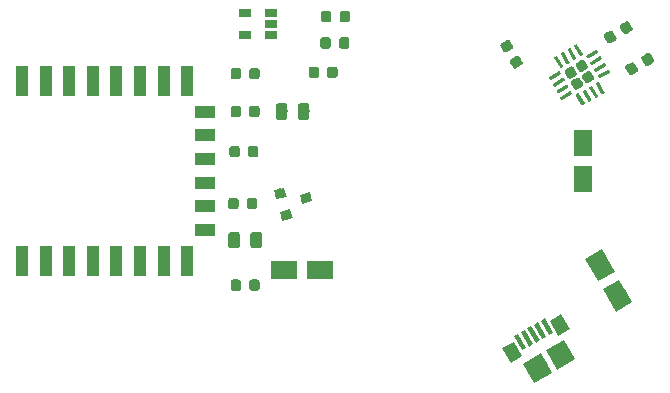
<source format=gbr>
G04 #@! TF.GenerationSoftware,KiCad,Pcbnew,(5.1.2-1)-1*
G04 #@! TF.CreationDate,2019-05-28T12:56:41-07:00*
G04 #@! TF.ProjectId,sensornode,73656e73-6f72-46e6-9f64-652e6b696361,rev?*
G04 #@! TF.SameCoordinates,Original*
G04 #@! TF.FileFunction,Paste,Top*
G04 #@! TF.FilePolarity,Positive*
%FSLAX46Y46*%
G04 Gerber Fmt 4.6, Leading zero omitted, Abs format (unit mm)*
G04 Created by KiCad (PCBNEW (5.1.2-1)-1) date 2019-05-28 12:56:41*
%MOMM*%
%LPD*%
G04 APERTURE LIST*
%ADD10R,1.000000X2.500000*%
%ADD11R,1.800000X1.000000*%
%ADD12C,0.100000*%
%ADD13C,0.300000*%
%ADD14C,0.870000*%
%ADD15C,0.875000*%
%ADD16R,2.200000X1.600000*%
%ADD17C,0.975000*%
%ADD18R,1.600000X2.200000*%
%ADD19C,1.600000*%
%ADD20C,1.150000*%
%ADD21C,1.750000*%
%ADD22C,0.400000*%
%ADD23R,1.060000X0.650000*%
%ADD24C,0.800000*%
G04 APERTURE END LIST*
D10*
X156200000Y-74530000D03*
X158200000Y-74530000D03*
X160200000Y-74530000D03*
X162200000Y-74530000D03*
X164200000Y-74530000D03*
X166200000Y-74530000D03*
X168200000Y-74530000D03*
X170200000Y-74530000D03*
D11*
X171700000Y-77130000D03*
X171700000Y-79130000D03*
X171700000Y-81130000D03*
X171700000Y-83130000D03*
X171700000Y-85130000D03*
X171700000Y-87130000D03*
D10*
X170200000Y-89730000D03*
X168200000Y-89730000D03*
X166200000Y-89730000D03*
X164200000Y-89730000D03*
X162200000Y-89730000D03*
X160200000Y-89730000D03*
X158200000Y-89730000D03*
X156200000Y-89730000D03*
D12*
G36*
X201475482Y-72383302D02*
G01*
X201482794Y-72384143D01*
X201489988Y-72385697D01*
X201496996Y-72387948D01*
X201503749Y-72390876D01*
X201510182Y-72394451D01*
X201516234Y-72398640D01*
X201521846Y-72403401D01*
X201526965Y-72408690D01*
X201531541Y-72414455D01*
X201535529Y-72420641D01*
X201998029Y-73221715D01*
X202001392Y-73228262D01*
X202004097Y-73235107D01*
X202006118Y-73242184D01*
X202007435Y-73249426D01*
X202008037Y-73256761D01*
X202007916Y-73264120D01*
X202007075Y-73271432D01*
X202005521Y-73278626D01*
X202003270Y-73285634D01*
X202000342Y-73292387D01*
X201996767Y-73298820D01*
X201992578Y-73304872D01*
X201987817Y-73310484D01*
X201982528Y-73315603D01*
X201976763Y-73320179D01*
X201970577Y-73324167D01*
X201840673Y-73399167D01*
X201834126Y-73402530D01*
X201827281Y-73405235D01*
X201820204Y-73407256D01*
X201812962Y-73408573D01*
X201805627Y-73409175D01*
X201798268Y-73409054D01*
X201790956Y-73408213D01*
X201783762Y-73406659D01*
X201776754Y-73404408D01*
X201770001Y-73401480D01*
X201763568Y-73397905D01*
X201757516Y-73393716D01*
X201751904Y-73388955D01*
X201746785Y-73383666D01*
X201742209Y-73377901D01*
X201738221Y-73371715D01*
X201275721Y-72570641D01*
X201272358Y-72564094D01*
X201269653Y-72557249D01*
X201267632Y-72550172D01*
X201266315Y-72542930D01*
X201265713Y-72535595D01*
X201265834Y-72528236D01*
X201266675Y-72520924D01*
X201268229Y-72513730D01*
X201270480Y-72506722D01*
X201273408Y-72499969D01*
X201276983Y-72493536D01*
X201281172Y-72487484D01*
X201285933Y-72481872D01*
X201291222Y-72476753D01*
X201296987Y-72472177D01*
X201303173Y-72468189D01*
X201433077Y-72393189D01*
X201439624Y-72389826D01*
X201446469Y-72387121D01*
X201453546Y-72385100D01*
X201460788Y-72383783D01*
X201468123Y-72383181D01*
X201475482Y-72383302D01*
X201475482Y-72383302D01*
G37*
D13*
X201636875Y-72896178D03*
D12*
G36*
X202038399Y-72058302D02*
G01*
X202045711Y-72059143D01*
X202052905Y-72060697D01*
X202059913Y-72062948D01*
X202066666Y-72065876D01*
X202073099Y-72069451D01*
X202079151Y-72073640D01*
X202084763Y-72078401D01*
X202089882Y-72083690D01*
X202094458Y-72089455D01*
X202098446Y-72095641D01*
X202560946Y-72896715D01*
X202564309Y-72903262D01*
X202567014Y-72910107D01*
X202569035Y-72917184D01*
X202570352Y-72924426D01*
X202570954Y-72931761D01*
X202570833Y-72939120D01*
X202569992Y-72946432D01*
X202568438Y-72953626D01*
X202566187Y-72960634D01*
X202563259Y-72967387D01*
X202559684Y-72973820D01*
X202555495Y-72979872D01*
X202550734Y-72985484D01*
X202545445Y-72990603D01*
X202539680Y-72995179D01*
X202533494Y-72999167D01*
X202403590Y-73074167D01*
X202397043Y-73077530D01*
X202390198Y-73080235D01*
X202383121Y-73082256D01*
X202375879Y-73083573D01*
X202368544Y-73084175D01*
X202361185Y-73084054D01*
X202353873Y-73083213D01*
X202346679Y-73081659D01*
X202339671Y-73079408D01*
X202332918Y-73076480D01*
X202326485Y-73072905D01*
X202320433Y-73068716D01*
X202314821Y-73063955D01*
X202309702Y-73058666D01*
X202305126Y-73052901D01*
X202301138Y-73046715D01*
X201838638Y-72245641D01*
X201835275Y-72239094D01*
X201832570Y-72232249D01*
X201830549Y-72225172D01*
X201829232Y-72217930D01*
X201828630Y-72210595D01*
X201828751Y-72203236D01*
X201829592Y-72195924D01*
X201831146Y-72188730D01*
X201833397Y-72181722D01*
X201836325Y-72174969D01*
X201839900Y-72168536D01*
X201844089Y-72162484D01*
X201848850Y-72156872D01*
X201854139Y-72151753D01*
X201859904Y-72147177D01*
X201866090Y-72143189D01*
X201995994Y-72068189D01*
X202002541Y-72064826D01*
X202009386Y-72062121D01*
X202016463Y-72060100D01*
X202023705Y-72058783D01*
X202031040Y-72058181D01*
X202038399Y-72058302D01*
X202038399Y-72058302D01*
G37*
D13*
X202199792Y-72571178D03*
D12*
G36*
X202601315Y-71733302D02*
G01*
X202608627Y-71734143D01*
X202615821Y-71735697D01*
X202622829Y-71737948D01*
X202629582Y-71740876D01*
X202636015Y-71744451D01*
X202642067Y-71748640D01*
X202647679Y-71753401D01*
X202652798Y-71758690D01*
X202657374Y-71764455D01*
X202661362Y-71770641D01*
X203123862Y-72571715D01*
X203127225Y-72578262D01*
X203129930Y-72585107D01*
X203131951Y-72592184D01*
X203133268Y-72599426D01*
X203133870Y-72606761D01*
X203133749Y-72614120D01*
X203132908Y-72621432D01*
X203131354Y-72628626D01*
X203129103Y-72635634D01*
X203126175Y-72642387D01*
X203122600Y-72648820D01*
X203118411Y-72654872D01*
X203113650Y-72660484D01*
X203108361Y-72665603D01*
X203102596Y-72670179D01*
X203096410Y-72674167D01*
X202966506Y-72749167D01*
X202959959Y-72752530D01*
X202953114Y-72755235D01*
X202946037Y-72757256D01*
X202938795Y-72758573D01*
X202931460Y-72759175D01*
X202924101Y-72759054D01*
X202916789Y-72758213D01*
X202909595Y-72756659D01*
X202902587Y-72754408D01*
X202895834Y-72751480D01*
X202889401Y-72747905D01*
X202883349Y-72743716D01*
X202877737Y-72738955D01*
X202872618Y-72733666D01*
X202868042Y-72727901D01*
X202864054Y-72721715D01*
X202401554Y-71920641D01*
X202398191Y-71914094D01*
X202395486Y-71907249D01*
X202393465Y-71900172D01*
X202392148Y-71892930D01*
X202391546Y-71885595D01*
X202391667Y-71878236D01*
X202392508Y-71870924D01*
X202394062Y-71863730D01*
X202396313Y-71856722D01*
X202399241Y-71849969D01*
X202402816Y-71843536D01*
X202407005Y-71837484D01*
X202411766Y-71831872D01*
X202417055Y-71826753D01*
X202422820Y-71822177D01*
X202429006Y-71818189D01*
X202558910Y-71743189D01*
X202565457Y-71739826D01*
X202572302Y-71737121D01*
X202579379Y-71735100D01*
X202586621Y-71733783D01*
X202593956Y-71733181D01*
X202601315Y-71733302D01*
X202601315Y-71733302D01*
G37*
D13*
X202762708Y-72246178D03*
D12*
G36*
X203164232Y-71408302D02*
G01*
X203171544Y-71409143D01*
X203178738Y-71410697D01*
X203185746Y-71412948D01*
X203192499Y-71415876D01*
X203198932Y-71419451D01*
X203204984Y-71423640D01*
X203210596Y-71428401D01*
X203215715Y-71433690D01*
X203220291Y-71439455D01*
X203224279Y-71445641D01*
X203686779Y-72246715D01*
X203690142Y-72253262D01*
X203692847Y-72260107D01*
X203694868Y-72267184D01*
X203696185Y-72274426D01*
X203696787Y-72281761D01*
X203696666Y-72289120D01*
X203695825Y-72296432D01*
X203694271Y-72303626D01*
X203692020Y-72310634D01*
X203689092Y-72317387D01*
X203685517Y-72323820D01*
X203681328Y-72329872D01*
X203676567Y-72335484D01*
X203671278Y-72340603D01*
X203665513Y-72345179D01*
X203659327Y-72349167D01*
X203529423Y-72424167D01*
X203522876Y-72427530D01*
X203516031Y-72430235D01*
X203508954Y-72432256D01*
X203501712Y-72433573D01*
X203494377Y-72434175D01*
X203487018Y-72434054D01*
X203479706Y-72433213D01*
X203472512Y-72431659D01*
X203465504Y-72429408D01*
X203458751Y-72426480D01*
X203452318Y-72422905D01*
X203446266Y-72418716D01*
X203440654Y-72413955D01*
X203435535Y-72408666D01*
X203430959Y-72402901D01*
X203426971Y-72396715D01*
X202964471Y-71595641D01*
X202961108Y-71589094D01*
X202958403Y-71582249D01*
X202956382Y-71575172D01*
X202955065Y-71567930D01*
X202954463Y-71560595D01*
X202954584Y-71553236D01*
X202955425Y-71545924D01*
X202956979Y-71538730D01*
X202959230Y-71531722D01*
X202962158Y-71524969D01*
X202965733Y-71518536D01*
X202969922Y-71512484D01*
X202974683Y-71506872D01*
X202979972Y-71501753D01*
X202985737Y-71497177D01*
X202991923Y-71493189D01*
X203121827Y-71418189D01*
X203128374Y-71414826D01*
X203135219Y-71412121D01*
X203142296Y-71410100D01*
X203149538Y-71408783D01*
X203156873Y-71408181D01*
X203164232Y-71408302D01*
X203164232Y-71408302D01*
G37*
D13*
X203325625Y-71921178D03*
D12*
G36*
X204871764Y-71865834D02*
G01*
X204879076Y-71866675D01*
X204886270Y-71868229D01*
X204893278Y-71870480D01*
X204900031Y-71873408D01*
X204906464Y-71876983D01*
X204912516Y-71881172D01*
X204918128Y-71885933D01*
X204923247Y-71891222D01*
X204927823Y-71896987D01*
X204931811Y-71903173D01*
X205006811Y-72033077D01*
X205010174Y-72039624D01*
X205012879Y-72046469D01*
X205014900Y-72053546D01*
X205016217Y-72060788D01*
X205016819Y-72068123D01*
X205016698Y-72075482D01*
X205015857Y-72082794D01*
X205014303Y-72089988D01*
X205012052Y-72096996D01*
X205009124Y-72103749D01*
X205005549Y-72110182D01*
X205001360Y-72116234D01*
X204996599Y-72121846D01*
X204991310Y-72126965D01*
X204985545Y-72131541D01*
X204979359Y-72135529D01*
X204178285Y-72598029D01*
X204171738Y-72601392D01*
X204164893Y-72604097D01*
X204157816Y-72606118D01*
X204150574Y-72607435D01*
X204143239Y-72608037D01*
X204135880Y-72607916D01*
X204128568Y-72607075D01*
X204121374Y-72605521D01*
X204114366Y-72603270D01*
X204107613Y-72600342D01*
X204101180Y-72596767D01*
X204095128Y-72592578D01*
X204089516Y-72587817D01*
X204084397Y-72582528D01*
X204079821Y-72576763D01*
X204075833Y-72570577D01*
X204000833Y-72440673D01*
X203997470Y-72434126D01*
X203994765Y-72427281D01*
X203992744Y-72420204D01*
X203991427Y-72412962D01*
X203990825Y-72405627D01*
X203990946Y-72398268D01*
X203991787Y-72390956D01*
X203993341Y-72383762D01*
X203995592Y-72376754D01*
X203998520Y-72370001D01*
X204002095Y-72363568D01*
X204006284Y-72357516D01*
X204011045Y-72351904D01*
X204016334Y-72346785D01*
X204022099Y-72342209D01*
X204028285Y-72338221D01*
X204829359Y-71875721D01*
X204835906Y-71872358D01*
X204842751Y-71869653D01*
X204849828Y-71867632D01*
X204857070Y-71866315D01*
X204864405Y-71865713D01*
X204871764Y-71865834D01*
X204871764Y-71865834D01*
G37*
D13*
X204503822Y-72236875D03*
D12*
G36*
X205196764Y-72428751D02*
G01*
X205204076Y-72429592D01*
X205211270Y-72431146D01*
X205218278Y-72433397D01*
X205225031Y-72436325D01*
X205231464Y-72439900D01*
X205237516Y-72444089D01*
X205243128Y-72448850D01*
X205248247Y-72454139D01*
X205252823Y-72459904D01*
X205256811Y-72466090D01*
X205331811Y-72595994D01*
X205335174Y-72602541D01*
X205337879Y-72609386D01*
X205339900Y-72616463D01*
X205341217Y-72623705D01*
X205341819Y-72631040D01*
X205341698Y-72638399D01*
X205340857Y-72645711D01*
X205339303Y-72652905D01*
X205337052Y-72659913D01*
X205334124Y-72666666D01*
X205330549Y-72673099D01*
X205326360Y-72679151D01*
X205321599Y-72684763D01*
X205316310Y-72689882D01*
X205310545Y-72694458D01*
X205304359Y-72698446D01*
X204503285Y-73160946D01*
X204496738Y-73164309D01*
X204489893Y-73167014D01*
X204482816Y-73169035D01*
X204475574Y-73170352D01*
X204468239Y-73170954D01*
X204460880Y-73170833D01*
X204453568Y-73169992D01*
X204446374Y-73168438D01*
X204439366Y-73166187D01*
X204432613Y-73163259D01*
X204426180Y-73159684D01*
X204420128Y-73155495D01*
X204414516Y-73150734D01*
X204409397Y-73145445D01*
X204404821Y-73139680D01*
X204400833Y-73133494D01*
X204325833Y-73003590D01*
X204322470Y-72997043D01*
X204319765Y-72990198D01*
X204317744Y-72983121D01*
X204316427Y-72975879D01*
X204315825Y-72968544D01*
X204315946Y-72961185D01*
X204316787Y-72953873D01*
X204318341Y-72946679D01*
X204320592Y-72939671D01*
X204323520Y-72932918D01*
X204327095Y-72926485D01*
X204331284Y-72920433D01*
X204336045Y-72914821D01*
X204341334Y-72909702D01*
X204347099Y-72905126D01*
X204353285Y-72901138D01*
X205154359Y-72438638D01*
X205160906Y-72435275D01*
X205167751Y-72432570D01*
X205174828Y-72430549D01*
X205182070Y-72429232D01*
X205189405Y-72428630D01*
X205196764Y-72428751D01*
X205196764Y-72428751D01*
G37*
D13*
X204828822Y-72799792D03*
D12*
G36*
X205521764Y-72991667D02*
G01*
X205529076Y-72992508D01*
X205536270Y-72994062D01*
X205543278Y-72996313D01*
X205550031Y-72999241D01*
X205556464Y-73002816D01*
X205562516Y-73007005D01*
X205568128Y-73011766D01*
X205573247Y-73017055D01*
X205577823Y-73022820D01*
X205581811Y-73029006D01*
X205656811Y-73158910D01*
X205660174Y-73165457D01*
X205662879Y-73172302D01*
X205664900Y-73179379D01*
X205666217Y-73186621D01*
X205666819Y-73193956D01*
X205666698Y-73201315D01*
X205665857Y-73208627D01*
X205664303Y-73215821D01*
X205662052Y-73222829D01*
X205659124Y-73229582D01*
X205655549Y-73236015D01*
X205651360Y-73242067D01*
X205646599Y-73247679D01*
X205641310Y-73252798D01*
X205635545Y-73257374D01*
X205629359Y-73261362D01*
X204828285Y-73723862D01*
X204821738Y-73727225D01*
X204814893Y-73729930D01*
X204807816Y-73731951D01*
X204800574Y-73733268D01*
X204793239Y-73733870D01*
X204785880Y-73733749D01*
X204778568Y-73732908D01*
X204771374Y-73731354D01*
X204764366Y-73729103D01*
X204757613Y-73726175D01*
X204751180Y-73722600D01*
X204745128Y-73718411D01*
X204739516Y-73713650D01*
X204734397Y-73708361D01*
X204729821Y-73702596D01*
X204725833Y-73696410D01*
X204650833Y-73566506D01*
X204647470Y-73559959D01*
X204644765Y-73553114D01*
X204642744Y-73546037D01*
X204641427Y-73538795D01*
X204640825Y-73531460D01*
X204640946Y-73524101D01*
X204641787Y-73516789D01*
X204643341Y-73509595D01*
X204645592Y-73502587D01*
X204648520Y-73495834D01*
X204652095Y-73489401D01*
X204656284Y-73483349D01*
X204661045Y-73477737D01*
X204666334Y-73472618D01*
X204672099Y-73468042D01*
X204678285Y-73464054D01*
X205479359Y-73001554D01*
X205485906Y-72998191D01*
X205492751Y-72995486D01*
X205499828Y-72993465D01*
X205507070Y-72992148D01*
X205514405Y-72991546D01*
X205521764Y-72991667D01*
X205521764Y-72991667D01*
G37*
D13*
X205153822Y-73362708D03*
D12*
G36*
X205846764Y-73554584D02*
G01*
X205854076Y-73555425D01*
X205861270Y-73556979D01*
X205868278Y-73559230D01*
X205875031Y-73562158D01*
X205881464Y-73565733D01*
X205887516Y-73569922D01*
X205893128Y-73574683D01*
X205898247Y-73579972D01*
X205902823Y-73585737D01*
X205906811Y-73591923D01*
X205981811Y-73721827D01*
X205985174Y-73728374D01*
X205987879Y-73735219D01*
X205989900Y-73742296D01*
X205991217Y-73749538D01*
X205991819Y-73756873D01*
X205991698Y-73764232D01*
X205990857Y-73771544D01*
X205989303Y-73778738D01*
X205987052Y-73785746D01*
X205984124Y-73792499D01*
X205980549Y-73798932D01*
X205976360Y-73804984D01*
X205971599Y-73810596D01*
X205966310Y-73815715D01*
X205960545Y-73820291D01*
X205954359Y-73824279D01*
X205153285Y-74286779D01*
X205146738Y-74290142D01*
X205139893Y-74292847D01*
X205132816Y-74294868D01*
X205125574Y-74296185D01*
X205118239Y-74296787D01*
X205110880Y-74296666D01*
X205103568Y-74295825D01*
X205096374Y-74294271D01*
X205089366Y-74292020D01*
X205082613Y-74289092D01*
X205076180Y-74285517D01*
X205070128Y-74281328D01*
X205064516Y-74276567D01*
X205059397Y-74271278D01*
X205054821Y-74265513D01*
X205050833Y-74259327D01*
X204975833Y-74129423D01*
X204972470Y-74122876D01*
X204969765Y-74116031D01*
X204967744Y-74108954D01*
X204966427Y-74101712D01*
X204965825Y-74094377D01*
X204965946Y-74087018D01*
X204966787Y-74079706D01*
X204968341Y-74072512D01*
X204970592Y-74065504D01*
X204973520Y-74058751D01*
X204977095Y-74052318D01*
X204981284Y-74046266D01*
X204986045Y-74040654D01*
X204991334Y-74035535D01*
X204997099Y-74030959D01*
X205003285Y-74026971D01*
X205804359Y-73564471D01*
X205810906Y-73561108D01*
X205817751Y-73558403D01*
X205824828Y-73556382D01*
X205832070Y-73555065D01*
X205839405Y-73554463D01*
X205846764Y-73554584D01*
X205846764Y-73554584D01*
G37*
D13*
X205478822Y-73925625D03*
D12*
G36*
X205001732Y-74590946D02*
G01*
X205009044Y-74591787D01*
X205016238Y-74593341D01*
X205023246Y-74595592D01*
X205029999Y-74598520D01*
X205036432Y-74602095D01*
X205042484Y-74606284D01*
X205048096Y-74611045D01*
X205053215Y-74616334D01*
X205057791Y-74622099D01*
X205061779Y-74628285D01*
X205524279Y-75429359D01*
X205527642Y-75435906D01*
X205530347Y-75442751D01*
X205532368Y-75449828D01*
X205533685Y-75457070D01*
X205534287Y-75464405D01*
X205534166Y-75471764D01*
X205533325Y-75479076D01*
X205531771Y-75486270D01*
X205529520Y-75493278D01*
X205526592Y-75500031D01*
X205523017Y-75506464D01*
X205518828Y-75512516D01*
X205514067Y-75518128D01*
X205508778Y-75523247D01*
X205503013Y-75527823D01*
X205496827Y-75531811D01*
X205366923Y-75606811D01*
X205360376Y-75610174D01*
X205353531Y-75612879D01*
X205346454Y-75614900D01*
X205339212Y-75616217D01*
X205331877Y-75616819D01*
X205324518Y-75616698D01*
X205317206Y-75615857D01*
X205310012Y-75614303D01*
X205303004Y-75612052D01*
X205296251Y-75609124D01*
X205289818Y-75605549D01*
X205283766Y-75601360D01*
X205278154Y-75596599D01*
X205273035Y-75591310D01*
X205268459Y-75585545D01*
X205264471Y-75579359D01*
X204801971Y-74778285D01*
X204798608Y-74771738D01*
X204795903Y-74764893D01*
X204793882Y-74757816D01*
X204792565Y-74750574D01*
X204791963Y-74743239D01*
X204792084Y-74735880D01*
X204792925Y-74728568D01*
X204794479Y-74721374D01*
X204796730Y-74714366D01*
X204799658Y-74707613D01*
X204803233Y-74701180D01*
X204807422Y-74695128D01*
X204812183Y-74689516D01*
X204817472Y-74684397D01*
X204823237Y-74679821D01*
X204829423Y-74675833D01*
X204959327Y-74600833D01*
X204965874Y-74597470D01*
X204972719Y-74594765D01*
X204979796Y-74592744D01*
X204987038Y-74591427D01*
X204994373Y-74590825D01*
X205001732Y-74590946D01*
X205001732Y-74590946D01*
G37*
D13*
X205163125Y-75103822D03*
D12*
G36*
X204438815Y-74915946D02*
G01*
X204446127Y-74916787D01*
X204453321Y-74918341D01*
X204460329Y-74920592D01*
X204467082Y-74923520D01*
X204473515Y-74927095D01*
X204479567Y-74931284D01*
X204485179Y-74936045D01*
X204490298Y-74941334D01*
X204494874Y-74947099D01*
X204498862Y-74953285D01*
X204961362Y-75754359D01*
X204964725Y-75760906D01*
X204967430Y-75767751D01*
X204969451Y-75774828D01*
X204970768Y-75782070D01*
X204971370Y-75789405D01*
X204971249Y-75796764D01*
X204970408Y-75804076D01*
X204968854Y-75811270D01*
X204966603Y-75818278D01*
X204963675Y-75825031D01*
X204960100Y-75831464D01*
X204955911Y-75837516D01*
X204951150Y-75843128D01*
X204945861Y-75848247D01*
X204940096Y-75852823D01*
X204933910Y-75856811D01*
X204804006Y-75931811D01*
X204797459Y-75935174D01*
X204790614Y-75937879D01*
X204783537Y-75939900D01*
X204776295Y-75941217D01*
X204768960Y-75941819D01*
X204761601Y-75941698D01*
X204754289Y-75940857D01*
X204747095Y-75939303D01*
X204740087Y-75937052D01*
X204733334Y-75934124D01*
X204726901Y-75930549D01*
X204720849Y-75926360D01*
X204715237Y-75921599D01*
X204710118Y-75916310D01*
X204705542Y-75910545D01*
X204701554Y-75904359D01*
X204239054Y-75103285D01*
X204235691Y-75096738D01*
X204232986Y-75089893D01*
X204230965Y-75082816D01*
X204229648Y-75075574D01*
X204229046Y-75068239D01*
X204229167Y-75060880D01*
X204230008Y-75053568D01*
X204231562Y-75046374D01*
X204233813Y-75039366D01*
X204236741Y-75032613D01*
X204240316Y-75026180D01*
X204244505Y-75020128D01*
X204249266Y-75014516D01*
X204254555Y-75009397D01*
X204260320Y-75004821D01*
X204266506Y-75000833D01*
X204396410Y-74925833D01*
X204402957Y-74922470D01*
X204409802Y-74919765D01*
X204416879Y-74917744D01*
X204424121Y-74916427D01*
X204431456Y-74915825D01*
X204438815Y-74915946D01*
X204438815Y-74915946D01*
G37*
D13*
X204600208Y-75428822D03*
D12*
G36*
X203875899Y-75240946D02*
G01*
X203883211Y-75241787D01*
X203890405Y-75243341D01*
X203897413Y-75245592D01*
X203904166Y-75248520D01*
X203910599Y-75252095D01*
X203916651Y-75256284D01*
X203922263Y-75261045D01*
X203927382Y-75266334D01*
X203931958Y-75272099D01*
X203935946Y-75278285D01*
X204398446Y-76079359D01*
X204401809Y-76085906D01*
X204404514Y-76092751D01*
X204406535Y-76099828D01*
X204407852Y-76107070D01*
X204408454Y-76114405D01*
X204408333Y-76121764D01*
X204407492Y-76129076D01*
X204405938Y-76136270D01*
X204403687Y-76143278D01*
X204400759Y-76150031D01*
X204397184Y-76156464D01*
X204392995Y-76162516D01*
X204388234Y-76168128D01*
X204382945Y-76173247D01*
X204377180Y-76177823D01*
X204370994Y-76181811D01*
X204241090Y-76256811D01*
X204234543Y-76260174D01*
X204227698Y-76262879D01*
X204220621Y-76264900D01*
X204213379Y-76266217D01*
X204206044Y-76266819D01*
X204198685Y-76266698D01*
X204191373Y-76265857D01*
X204184179Y-76264303D01*
X204177171Y-76262052D01*
X204170418Y-76259124D01*
X204163985Y-76255549D01*
X204157933Y-76251360D01*
X204152321Y-76246599D01*
X204147202Y-76241310D01*
X204142626Y-76235545D01*
X204138638Y-76229359D01*
X203676138Y-75428285D01*
X203672775Y-75421738D01*
X203670070Y-75414893D01*
X203668049Y-75407816D01*
X203666732Y-75400574D01*
X203666130Y-75393239D01*
X203666251Y-75385880D01*
X203667092Y-75378568D01*
X203668646Y-75371374D01*
X203670897Y-75364366D01*
X203673825Y-75357613D01*
X203677400Y-75351180D01*
X203681589Y-75345128D01*
X203686350Y-75339516D01*
X203691639Y-75334397D01*
X203697404Y-75329821D01*
X203703590Y-75325833D01*
X203833494Y-75250833D01*
X203840041Y-75247470D01*
X203846886Y-75244765D01*
X203853963Y-75242744D01*
X203861205Y-75241427D01*
X203868540Y-75240825D01*
X203875899Y-75240946D01*
X203875899Y-75240946D01*
G37*
D13*
X204037292Y-75753822D03*
D12*
G36*
X203312982Y-75565946D02*
G01*
X203320294Y-75566787D01*
X203327488Y-75568341D01*
X203334496Y-75570592D01*
X203341249Y-75573520D01*
X203347682Y-75577095D01*
X203353734Y-75581284D01*
X203359346Y-75586045D01*
X203364465Y-75591334D01*
X203369041Y-75597099D01*
X203373029Y-75603285D01*
X203835529Y-76404359D01*
X203838892Y-76410906D01*
X203841597Y-76417751D01*
X203843618Y-76424828D01*
X203844935Y-76432070D01*
X203845537Y-76439405D01*
X203845416Y-76446764D01*
X203844575Y-76454076D01*
X203843021Y-76461270D01*
X203840770Y-76468278D01*
X203837842Y-76475031D01*
X203834267Y-76481464D01*
X203830078Y-76487516D01*
X203825317Y-76493128D01*
X203820028Y-76498247D01*
X203814263Y-76502823D01*
X203808077Y-76506811D01*
X203678173Y-76581811D01*
X203671626Y-76585174D01*
X203664781Y-76587879D01*
X203657704Y-76589900D01*
X203650462Y-76591217D01*
X203643127Y-76591819D01*
X203635768Y-76591698D01*
X203628456Y-76590857D01*
X203621262Y-76589303D01*
X203614254Y-76587052D01*
X203607501Y-76584124D01*
X203601068Y-76580549D01*
X203595016Y-76576360D01*
X203589404Y-76571599D01*
X203584285Y-76566310D01*
X203579709Y-76560545D01*
X203575721Y-76554359D01*
X203113221Y-75753285D01*
X203109858Y-75746738D01*
X203107153Y-75739893D01*
X203105132Y-75732816D01*
X203103815Y-75725574D01*
X203103213Y-75718239D01*
X203103334Y-75710880D01*
X203104175Y-75703568D01*
X203105729Y-75696374D01*
X203107980Y-75689366D01*
X203110908Y-75682613D01*
X203114483Y-75676180D01*
X203118672Y-75670128D01*
X203123433Y-75664516D01*
X203128722Y-75659397D01*
X203134487Y-75654821D01*
X203140673Y-75650833D01*
X203270577Y-75575833D01*
X203277124Y-75572470D01*
X203283969Y-75569765D01*
X203291046Y-75567744D01*
X203298288Y-75566427D01*
X203305623Y-75565825D01*
X203312982Y-75565946D01*
X203312982Y-75565946D01*
G37*
D13*
X203474375Y-76078822D03*
D12*
G36*
X202664120Y-75392084D02*
G01*
X202671432Y-75392925D01*
X202678626Y-75394479D01*
X202685634Y-75396730D01*
X202692387Y-75399658D01*
X202698820Y-75403233D01*
X202704872Y-75407422D01*
X202710484Y-75412183D01*
X202715603Y-75417472D01*
X202720179Y-75423237D01*
X202724167Y-75429423D01*
X202799167Y-75559327D01*
X202802530Y-75565874D01*
X202805235Y-75572719D01*
X202807256Y-75579796D01*
X202808573Y-75587038D01*
X202809175Y-75594373D01*
X202809054Y-75601732D01*
X202808213Y-75609044D01*
X202806659Y-75616238D01*
X202804408Y-75623246D01*
X202801480Y-75629999D01*
X202797905Y-75636432D01*
X202793716Y-75642484D01*
X202788955Y-75648096D01*
X202783666Y-75653215D01*
X202777901Y-75657791D01*
X202771715Y-75661779D01*
X201970641Y-76124279D01*
X201964094Y-76127642D01*
X201957249Y-76130347D01*
X201950172Y-76132368D01*
X201942930Y-76133685D01*
X201935595Y-76134287D01*
X201928236Y-76134166D01*
X201920924Y-76133325D01*
X201913730Y-76131771D01*
X201906722Y-76129520D01*
X201899969Y-76126592D01*
X201893536Y-76123017D01*
X201887484Y-76118828D01*
X201881872Y-76114067D01*
X201876753Y-76108778D01*
X201872177Y-76103013D01*
X201868189Y-76096827D01*
X201793189Y-75966923D01*
X201789826Y-75960376D01*
X201787121Y-75953531D01*
X201785100Y-75946454D01*
X201783783Y-75939212D01*
X201783181Y-75931877D01*
X201783302Y-75924518D01*
X201784143Y-75917206D01*
X201785697Y-75910012D01*
X201787948Y-75903004D01*
X201790876Y-75896251D01*
X201794451Y-75889818D01*
X201798640Y-75883766D01*
X201803401Y-75878154D01*
X201808690Y-75873035D01*
X201814455Y-75868459D01*
X201820641Y-75864471D01*
X202621715Y-75401971D01*
X202628262Y-75398608D01*
X202635107Y-75395903D01*
X202642184Y-75393882D01*
X202649426Y-75392565D01*
X202656761Y-75391963D01*
X202664120Y-75392084D01*
X202664120Y-75392084D01*
G37*
D13*
X202296178Y-75763125D03*
D12*
G36*
X202339120Y-74829167D02*
G01*
X202346432Y-74830008D01*
X202353626Y-74831562D01*
X202360634Y-74833813D01*
X202367387Y-74836741D01*
X202373820Y-74840316D01*
X202379872Y-74844505D01*
X202385484Y-74849266D01*
X202390603Y-74854555D01*
X202395179Y-74860320D01*
X202399167Y-74866506D01*
X202474167Y-74996410D01*
X202477530Y-75002957D01*
X202480235Y-75009802D01*
X202482256Y-75016879D01*
X202483573Y-75024121D01*
X202484175Y-75031456D01*
X202484054Y-75038815D01*
X202483213Y-75046127D01*
X202481659Y-75053321D01*
X202479408Y-75060329D01*
X202476480Y-75067082D01*
X202472905Y-75073515D01*
X202468716Y-75079567D01*
X202463955Y-75085179D01*
X202458666Y-75090298D01*
X202452901Y-75094874D01*
X202446715Y-75098862D01*
X201645641Y-75561362D01*
X201639094Y-75564725D01*
X201632249Y-75567430D01*
X201625172Y-75569451D01*
X201617930Y-75570768D01*
X201610595Y-75571370D01*
X201603236Y-75571249D01*
X201595924Y-75570408D01*
X201588730Y-75568854D01*
X201581722Y-75566603D01*
X201574969Y-75563675D01*
X201568536Y-75560100D01*
X201562484Y-75555911D01*
X201556872Y-75551150D01*
X201551753Y-75545861D01*
X201547177Y-75540096D01*
X201543189Y-75533910D01*
X201468189Y-75404006D01*
X201464826Y-75397459D01*
X201462121Y-75390614D01*
X201460100Y-75383537D01*
X201458783Y-75376295D01*
X201458181Y-75368960D01*
X201458302Y-75361601D01*
X201459143Y-75354289D01*
X201460697Y-75347095D01*
X201462948Y-75340087D01*
X201465876Y-75333334D01*
X201469451Y-75326901D01*
X201473640Y-75320849D01*
X201478401Y-75315237D01*
X201483690Y-75310118D01*
X201489455Y-75305542D01*
X201495641Y-75301554D01*
X202296715Y-74839054D01*
X202303262Y-74835691D01*
X202310107Y-74832986D01*
X202317184Y-74830965D01*
X202324426Y-74829648D01*
X202331761Y-74829046D01*
X202339120Y-74829167D01*
X202339120Y-74829167D01*
G37*
D13*
X201971178Y-75200208D03*
D12*
G36*
X202014120Y-74266251D02*
G01*
X202021432Y-74267092D01*
X202028626Y-74268646D01*
X202035634Y-74270897D01*
X202042387Y-74273825D01*
X202048820Y-74277400D01*
X202054872Y-74281589D01*
X202060484Y-74286350D01*
X202065603Y-74291639D01*
X202070179Y-74297404D01*
X202074167Y-74303590D01*
X202149167Y-74433494D01*
X202152530Y-74440041D01*
X202155235Y-74446886D01*
X202157256Y-74453963D01*
X202158573Y-74461205D01*
X202159175Y-74468540D01*
X202159054Y-74475899D01*
X202158213Y-74483211D01*
X202156659Y-74490405D01*
X202154408Y-74497413D01*
X202151480Y-74504166D01*
X202147905Y-74510599D01*
X202143716Y-74516651D01*
X202138955Y-74522263D01*
X202133666Y-74527382D01*
X202127901Y-74531958D01*
X202121715Y-74535946D01*
X201320641Y-74998446D01*
X201314094Y-75001809D01*
X201307249Y-75004514D01*
X201300172Y-75006535D01*
X201292930Y-75007852D01*
X201285595Y-75008454D01*
X201278236Y-75008333D01*
X201270924Y-75007492D01*
X201263730Y-75005938D01*
X201256722Y-75003687D01*
X201249969Y-75000759D01*
X201243536Y-74997184D01*
X201237484Y-74992995D01*
X201231872Y-74988234D01*
X201226753Y-74982945D01*
X201222177Y-74977180D01*
X201218189Y-74970994D01*
X201143189Y-74841090D01*
X201139826Y-74834543D01*
X201137121Y-74827698D01*
X201135100Y-74820621D01*
X201133783Y-74813379D01*
X201133181Y-74806044D01*
X201133302Y-74798685D01*
X201134143Y-74791373D01*
X201135697Y-74784179D01*
X201137948Y-74777171D01*
X201140876Y-74770418D01*
X201144451Y-74763985D01*
X201148640Y-74757933D01*
X201153401Y-74752321D01*
X201158690Y-74747202D01*
X201164455Y-74742626D01*
X201170641Y-74738638D01*
X201971715Y-74276138D01*
X201978262Y-74272775D01*
X201985107Y-74270070D01*
X201992184Y-74268049D01*
X201999426Y-74266732D01*
X202006761Y-74266130D01*
X202014120Y-74266251D01*
X202014120Y-74266251D01*
G37*
D13*
X201646178Y-74637292D03*
D12*
G36*
X201689120Y-73703334D02*
G01*
X201696432Y-73704175D01*
X201703626Y-73705729D01*
X201710634Y-73707980D01*
X201717387Y-73710908D01*
X201723820Y-73714483D01*
X201729872Y-73718672D01*
X201735484Y-73723433D01*
X201740603Y-73728722D01*
X201745179Y-73734487D01*
X201749167Y-73740673D01*
X201824167Y-73870577D01*
X201827530Y-73877124D01*
X201830235Y-73883969D01*
X201832256Y-73891046D01*
X201833573Y-73898288D01*
X201834175Y-73905623D01*
X201834054Y-73912982D01*
X201833213Y-73920294D01*
X201831659Y-73927488D01*
X201829408Y-73934496D01*
X201826480Y-73941249D01*
X201822905Y-73947682D01*
X201818716Y-73953734D01*
X201813955Y-73959346D01*
X201808666Y-73964465D01*
X201802901Y-73969041D01*
X201796715Y-73973029D01*
X200995641Y-74435529D01*
X200989094Y-74438892D01*
X200982249Y-74441597D01*
X200975172Y-74443618D01*
X200967930Y-74444935D01*
X200960595Y-74445537D01*
X200953236Y-74445416D01*
X200945924Y-74444575D01*
X200938730Y-74443021D01*
X200931722Y-74440770D01*
X200924969Y-74437842D01*
X200918536Y-74434267D01*
X200912484Y-74430078D01*
X200906872Y-74425317D01*
X200901753Y-74420028D01*
X200897177Y-74414263D01*
X200893189Y-74408077D01*
X200818189Y-74278173D01*
X200814826Y-74271626D01*
X200812121Y-74264781D01*
X200810100Y-74257704D01*
X200808783Y-74250462D01*
X200808181Y-74243127D01*
X200808302Y-74235768D01*
X200809143Y-74228456D01*
X200810697Y-74221262D01*
X200812948Y-74214254D01*
X200815876Y-74207501D01*
X200819451Y-74201068D01*
X200823640Y-74195016D01*
X200828401Y-74189404D01*
X200833690Y-74184285D01*
X200839455Y-74179709D01*
X200845641Y-74175721D01*
X201646715Y-73713221D01*
X201653262Y-73709858D01*
X201660107Y-73707153D01*
X201667184Y-73705132D01*
X201674426Y-73703815D01*
X201681761Y-73703213D01*
X201689120Y-73703334D01*
X201689120Y-73703334D01*
G37*
D13*
X201321178Y-74074375D03*
D12*
G36*
X204231490Y-73683509D02*
G01*
X204252695Y-73685948D01*
X204273558Y-73690454D01*
X204293880Y-73696984D01*
X204313463Y-73705473D01*
X204332120Y-73715842D01*
X204349671Y-73727989D01*
X204365946Y-73741798D01*
X204380790Y-73757135D01*
X204394059Y-73773854D01*
X204405626Y-73791793D01*
X204623126Y-74168515D01*
X204632878Y-74187501D01*
X204640722Y-74207352D01*
X204646583Y-74227876D01*
X204650404Y-74248876D01*
X204652149Y-74270149D01*
X204651799Y-74291490D01*
X204649360Y-74312695D01*
X204644854Y-74333558D01*
X204638324Y-74353880D01*
X204629835Y-74373463D01*
X204619466Y-74392120D01*
X204607319Y-74409671D01*
X204593510Y-74425946D01*
X204578173Y-74440790D01*
X204561454Y-74454059D01*
X204543515Y-74465626D01*
X204166793Y-74683126D01*
X204147807Y-74692878D01*
X204127956Y-74700722D01*
X204107432Y-74706583D01*
X204086432Y-74710404D01*
X204065159Y-74712149D01*
X204043818Y-74711799D01*
X204022613Y-74709360D01*
X204001750Y-74704854D01*
X203981428Y-74698324D01*
X203961845Y-74689835D01*
X203943188Y-74679466D01*
X203925637Y-74667319D01*
X203909362Y-74653510D01*
X203894518Y-74638173D01*
X203881249Y-74621454D01*
X203869682Y-74603515D01*
X203652182Y-74226793D01*
X203642430Y-74207807D01*
X203634586Y-74187956D01*
X203628725Y-74167432D01*
X203624904Y-74146432D01*
X203623159Y-74125159D01*
X203623509Y-74103818D01*
X203625948Y-74082613D01*
X203630454Y-74061750D01*
X203636984Y-74041428D01*
X203645473Y-74021845D01*
X203655842Y-74003188D01*
X203667989Y-73985637D01*
X203681798Y-73969362D01*
X203697135Y-73954518D01*
X203713854Y-73941249D01*
X203731793Y-73929682D01*
X204108515Y-73712182D01*
X204127501Y-73702430D01*
X204147352Y-73694586D01*
X204167876Y-73688725D01*
X204188876Y-73684904D01*
X204210149Y-73683159D01*
X204231490Y-73683509D01*
X204231490Y-73683509D01*
G37*
D14*
X204137654Y-74197654D03*
D12*
G36*
X203691490Y-72748201D02*
G01*
X203712695Y-72750640D01*
X203733558Y-72755146D01*
X203753880Y-72761676D01*
X203773463Y-72770165D01*
X203792120Y-72780534D01*
X203809671Y-72792681D01*
X203825946Y-72806490D01*
X203840790Y-72821827D01*
X203854059Y-72838546D01*
X203865626Y-72856485D01*
X204083126Y-73233207D01*
X204092878Y-73252193D01*
X204100722Y-73272044D01*
X204106583Y-73292568D01*
X204110404Y-73313568D01*
X204112149Y-73334841D01*
X204111799Y-73356182D01*
X204109360Y-73377387D01*
X204104854Y-73398250D01*
X204098324Y-73418572D01*
X204089835Y-73438155D01*
X204079466Y-73456812D01*
X204067319Y-73474363D01*
X204053510Y-73490638D01*
X204038173Y-73505482D01*
X204021454Y-73518751D01*
X204003515Y-73530318D01*
X203626793Y-73747818D01*
X203607807Y-73757570D01*
X203587956Y-73765414D01*
X203567432Y-73771275D01*
X203546432Y-73775096D01*
X203525159Y-73776841D01*
X203503818Y-73776491D01*
X203482613Y-73774052D01*
X203461750Y-73769546D01*
X203441428Y-73763016D01*
X203421845Y-73754527D01*
X203403188Y-73744158D01*
X203385637Y-73732011D01*
X203369362Y-73718202D01*
X203354518Y-73702865D01*
X203341249Y-73686146D01*
X203329682Y-73668207D01*
X203112182Y-73291485D01*
X203102430Y-73272499D01*
X203094586Y-73252648D01*
X203088725Y-73232124D01*
X203084904Y-73211124D01*
X203083159Y-73189851D01*
X203083509Y-73168510D01*
X203085948Y-73147305D01*
X203090454Y-73126442D01*
X203096984Y-73106120D01*
X203105473Y-73086537D01*
X203115842Y-73067880D01*
X203127989Y-73050329D01*
X203141798Y-73034054D01*
X203157135Y-73019210D01*
X203173854Y-73005941D01*
X203191793Y-72994374D01*
X203568515Y-72776874D01*
X203587501Y-72767122D01*
X203607352Y-72759278D01*
X203627876Y-72753417D01*
X203648876Y-72749596D01*
X203670149Y-72747851D01*
X203691490Y-72748201D01*
X203691490Y-72748201D01*
G37*
D14*
X203597654Y-73262346D03*
D12*
G36*
X203296182Y-74223509D02*
G01*
X203317387Y-74225948D01*
X203338250Y-74230454D01*
X203358572Y-74236984D01*
X203378155Y-74245473D01*
X203396812Y-74255842D01*
X203414363Y-74267989D01*
X203430638Y-74281798D01*
X203445482Y-74297135D01*
X203458751Y-74313854D01*
X203470318Y-74331793D01*
X203687818Y-74708515D01*
X203697570Y-74727501D01*
X203705414Y-74747352D01*
X203711275Y-74767876D01*
X203715096Y-74788876D01*
X203716841Y-74810149D01*
X203716491Y-74831490D01*
X203714052Y-74852695D01*
X203709546Y-74873558D01*
X203703016Y-74893880D01*
X203694527Y-74913463D01*
X203684158Y-74932120D01*
X203672011Y-74949671D01*
X203658202Y-74965946D01*
X203642865Y-74980790D01*
X203626146Y-74994059D01*
X203608207Y-75005626D01*
X203231485Y-75223126D01*
X203212499Y-75232878D01*
X203192648Y-75240722D01*
X203172124Y-75246583D01*
X203151124Y-75250404D01*
X203129851Y-75252149D01*
X203108510Y-75251799D01*
X203087305Y-75249360D01*
X203066442Y-75244854D01*
X203046120Y-75238324D01*
X203026537Y-75229835D01*
X203007880Y-75219466D01*
X202990329Y-75207319D01*
X202974054Y-75193510D01*
X202959210Y-75178173D01*
X202945941Y-75161454D01*
X202934374Y-75143515D01*
X202716874Y-74766793D01*
X202707122Y-74747807D01*
X202699278Y-74727956D01*
X202693417Y-74707432D01*
X202689596Y-74686432D01*
X202687851Y-74665159D01*
X202688201Y-74643818D01*
X202690640Y-74622613D01*
X202695146Y-74601750D01*
X202701676Y-74581428D01*
X202710165Y-74561845D01*
X202720534Y-74543188D01*
X202732681Y-74525637D01*
X202746490Y-74509362D01*
X202761827Y-74494518D01*
X202778546Y-74481249D01*
X202796485Y-74469682D01*
X203173207Y-74252182D01*
X203192193Y-74242430D01*
X203212044Y-74234586D01*
X203232568Y-74228725D01*
X203253568Y-74224904D01*
X203274841Y-74223159D01*
X203296182Y-74223509D01*
X203296182Y-74223509D01*
G37*
D14*
X203202346Y-74737654D03*
D12*
G36*
X202756182Y-73288201D02*
G01*
X202777387Y-73290640D01*
X202798250Y-73295146D01*
X202818572Y-73301676D01*
X202838155Y-73310165D01*
X202856812Y-73320534D01*
X202874363Y-73332681D01*
X202890638Y-73346490D01*
X202905482Y-73361827D01*
X202918751Y-73378546D01*
X202930318Y-73396485D01*
X203147818Y-73773207D01*
X203157570Y-73792193D01*
X203165414Y-73812044D01*
X203171275Y-73832568D01*
X203175096Y-73853568D01*
X203176841Y-73874841D01*
X203176491Y-73896182D01*
X203174052Y-73917387D01*
X203169546Y-73938250D01*
X203163016Y-73958572D01*
X203154527Y-73978155D01*
X203144158Y-73996812D01*
X203132011Y-74014363D01*
X203118202Y-74030638D01*
X203102865Y-74045482D01*
X203086146Y-74058751D01*
X203068207Y-74070318D01*
X202691485Y-74287818D01*
X202672499Y-74297570D01*
X202652648Y-74305414D01*
X202632124Y-74311275D01*
X202611124Y-74315096D01*
X202589851Y-74316841D01*
X202568510Y-74316491D01*
X202547305Y-74314052D01*
X202526442Y-74309546D01*
X202506120Y-74303016D01*
X202486537Y-74294527D01*
X202467880Y-74284158D01*
X202450329Y-74272011D01*
X202434054Y-74258202D01*
X202419210Y-74242865D01*
X202405941Y-74226146D01*
X202394374Y-74208207D01*
X202176874Y-73831485D01*
X202167122Y-73812499D01*
X202159278Y-73792648D01*
X202153417Y-73772124D01*
X202149596Y-73751124D01*
X202147851Y-73729851D01*
X202148201Y-73708510D01*
X202150640Y-73687305D01*
X202155146Y-73666442D01*
X202161676Y-73646120D01*
X202170165Y-73626537D01*
X202180534Y-73607880D01*
X202192681Y-73590329D01*
X202206490Y-73574054D01*
X202221827Y-73559210D01*
X202238546Y-73545941D01*
X202256485Y-73534374D01*
X202633207Y-73316874D01*
X202652193Y-73307122D01*
X202672044Y-73299278D01*
X202692568Y-73293417D01*
X202713568Y-73289596D01*
X202734841Y-73287851D01*
X202756182Y-73288201D01*
X202756182Y-73288201D01*
G37*
D14*
X202662346Y-73802346D03*
D12*
G36*
X198180601Y-72396145D02*
G01*
X198201927Y-72398599D01*
X198222911Y-72403131D01*
X198243349Y-72409698D01*
X198263045Y-72418236D01*
X198281809Y-72428664D01*
X198299461Y-72440881D01*
X198315830Y-72454769D01*
X198330759Y-72470195D01*
X198344104Y-72487010D01*
X198355737Y-72505052D01*
X198574487Y-72883938D01*
X198584295Y-72903033D01*
X198592185Y-72922998D01*
X198598080Y-72943640D01*
X198601923Y-72964760D01*
X198603677Y-72986156D01*
X198603326Y-73007620D01*
X198600872Y-73028946D01*
X198596340Y-73049930D01*
X198589773Y-73070368D01*
X198581235Y-73090064D01*
X198570807Y-73108828D01*
X198558590Y-73126480D01*
X198544702Y-73142849D01*
X198529276Y-73157778D01*
X198512461Y-73171123D01*
X198494419Y-73182756D01*
X198050581Y-73439006D01*
X198031486Y-73448814D01*
X198011521Y-73456704D01*
X197990879Y-73462599D01*
X197969759Y-73466442D01*
X197948363Y-73468196D01*
X197926899Y-73467845D01*
X197905573Y-73465391D01*
X197884589Y-73460859D01*
X197864151Y-73454292D01*
X197844455Y-73445754D01*
X197825691Y-73435326D01*
X197808039Y-73423109D01*
X197791670Y-73409221D01*
X197776741Y-73393795D01*
X197763396Y-73376980D01*
X197751763Y-73358938D01*
X197533013Y-72980052D01*
X197523205Y-72960957D01*
X197515315Y-72940992D01*
X197509420Y-72920350D01*
X197505577Y-72899230D01*
X197503823Y-72877834D01*
X197504174Y-72856370D01*
X197506628Y-72835044D01*
X197511160Y-72814060D01*
X197517727Y-72793622D01*
X197526265Y-72773926D01*
X197536693Y-72755162D01*
X197548910Y-72737510D01*
X197562798Y-72721141D01*
X197578224Y-72706212D01*
X197595039Y-72692867D01*
X197613081Y-72681234D01*
X198056919Y-72424984D01*
X198076014Y-72415176D01*
X198095979Y-72407286D01*
X198116621Y-72401391D01*
X198137741Y-72397548D01*
X198159137Y-72395794D01*
X198180601Y-72396145D01*
X198180601Y-72396145D01*
G37*
D15*
X198053750Y-72931995D03*
D12*
G36*
X197393101Y-71032155D02*
G01*
X197414427Y-71034609D01*
X197435411Y-71039141D01*
X197455849Y-71045708D01*
X197475545Y-71054246D01*
X197494309Y-71064674D01*
X197511961Y-71076891D01*
X197528330Y-71090779D01*
X197543259Y-71106205D01*
X197556604Y-71123020D01*
X197568237Y-71141062D01*
X197786987Y-71519948D01*
X197796795Y-71539043D01*
X197804685Y-71559008D01*
X197810580Y-71579650D01*
X197814423Y-71600770D01*
X197816177Y-71622166D01*
X197815826Y-71643630D01*
X197813372Y-71664956D01*
X197808840Y-71685940D01*
X197802273Y-71706378D01*
X197793735Y-71726074D01*
X197783307Y-71744838D01*
X197771090Y-71762490D01*
X197757202Y-71778859D01*
X197741776Y-71793788D01*
X197724961Y-71807133D01*
X197706919Y-71818766D01*
X197263081Y-72075016D01*
X197243986Y-72084824D01*
X197224021Y-72092714D01*
X197203379Y-72098609D01*
X197182259Y-72102452D01*
X197160863Y-72104206D01*
X197139399Y-72103855D01*
X197118073Y-72101401D01*
X197097089Y-72096869D01*
X197076651Y-72090302D01*
X197056955Y-72081764D01*
X197038191Y-72071336D01*
X197020539Y-72059119D01*
X197004170Y-72045231D01*
X196989241Y-72029805D01*
X196975896Y-72012990D01*
X196964263Y-71994948D01*
X196745513Y-71616062D01*
X196735705Y-71596967D01*
X196727815Y-71577002D01*
X196721920Y-71556360D01*
X196718077Y-71535240D01*
X196716323Y-71513844D01*
X196716674Y-71492380D01*
X196719128Y-71471054D01*
X196723660Y-71450070D01*
X196730227Y-71429632D01*
X196738765Y-71409936D01*
X196749193Y-71391172D01*
X196761410Y-71373520D01*
X196775298Y-71357151D01*
X196790724Y-71342222D01*
X196807539Y-71328877D01*
X196825581Y-71317244D01*
X197269419Y-71060994D01*
X197288514Y-71051186D01*
X197308479Y-71043296D01*
X197329121Y-71037401D01*
X197350241Y-71033558D01*
X197371637Y-71031804D01*
X197393101Y-71032155D01*
X197393101Y-71032155D01*
G37*
D15*
X197266250Y-71568005D03*
D16*
X181400000Y-90500000D03*
X178400000Y-90500000D03*
D12*
G36*
X176127691Y-73426053D02*
G01*
X176148926Y-73429203D01*
X176169750Y-73434419D01*
X176189962Y-73441651D01*
X176209368Y-73450830D01*
X176227781Y-73461866D01*
X176245024Y-73474654D01*
X176260930Y-73489070D01*
X176275346Y-73504976D01*
X176288134Y-73522219D01*
X176299170Y-73540632D01*
X176308349Y-73560038D01*
X176315581Y-73580250D01*
X176320797Y-73601074D01*
X176323947Y-73622309D01*
X176325000Y-73643750D01*
X176325000Y-74156250D01*
X176323947Y-74177691D01*
X176320797Y-74198926D01*
X176315581Y-74219750D01*
X176308349Y-74239962D01*
X176299170Y-74259368D01*
X176288134Y-74277781D01*
X176275346Y-74295024D01*
X176260930Y-74310930D01*
X176245024Y-74325346D01*
X176227781Y-74338134D01*
X176209368Y-74349170D01*
X176189962Y-74358349D01*
X176169750Y-74365581D01*
X176148926Y-74370797D01*
X176127691Y-74373947D01*
X176106250Y-74375000D01*
X175668750Y-74375000D01*
X175647309Y-74373947D01*
X175626074Y-74370797D01*
X175605250Y-74365581D01*
X175585038Y-74358349D01*
X175565632Y-74349170D01*
X175547219Y-74338134D01*
X175529976Y-74325346D01*
X175514070Y-74310930D01*
X175499654Y-74295024D01*
X175486866Y-74277781D01*
X175475830Y-74259368D01*
X175466651Y-74239962D01*
X175459419Y-74219750D01*
X175454203Y-74198926D01*
X175451053Y-74177691D01*
X175450000Y-74156250D01*
X175450000Y-73643750D01*
X175451053Y-73622309D01*
X175454203Y-73601074D01*
X175459419Y-73580250D01*
X175466651Y-73560038D01*
X175475830Y-73540632D01*
X175486866Y-73522219D01*
X175499654Y-73504976D01*
X175514070Y-73489070D01*
X175529976Y-73474654D01*
X175547219Y-73461866D01*
X175565632Y-73450830D01*
X175585038Y-73441651D01*
X175605250Y-73434419D01*
X175626074Y-73429203D01*
X175647309Y-73426053D01*
X175668750Y-73425000D01*
X176106250Y-73425000D01*
X176127691Y-73426053D01*
X176127691Y-73426053D01*
G37*
D15*
X175887500Y-73900000D03*
D12*
G36*
X174552691Y-73426053D02*
G01*
X174573926Y-73429203D01*
X174594750Y-73434419D01*
X174614962Y-73441651D01*
X174634368Y-73450830D01*
X174652781Y-73461866D01*
X174670024Y-73474654D01*
X174685930Y-73489070D01*
X174700346Y-73504976D01*
X174713134Y-73522219D01*
X174724170Y-73540632D01*
X174733349Y-73560038D01*
X174740581Y-73580250D01*
X174745797Y-73601074D01*
X174748947Y-73622309D01*
X174750000Y-73643750D01*
X174750000Y-74156250D01*
X174748947Y-74177691D01*
X174745797Y-74198926D01*
X174740581Y-74219750D01*
X174733349Y-74239962D01*
X174724170Y-74259368D01*
X174713134Y-74277781D01*
X174700346Y-74295024D01*
X174685930Y-74310930D01*
X174670024Y-74325346D01*
X174652781Y-74338134D01*
X174634368Y-74349170D01*
X174614962Y-74358349D01*
X174594750Y-74365581D01*
X174573926Y-74370797D01*
X174552691Y-74373947D01*
X174531250Y-74375000D01*
X174093750Y-74375000D01*
X174072309Y-74373947D01*
X174051074Y-74370797D01*
X174030250Y-74365581D01*
X174010038Y-74358349D01*
X173990632Y-74349170D01*
X173972219Y-74338134D01*
X173954976Y-74325346D01*
X173939070Y-74310930D01*
X173924654Y-74295024D01*
X173911866Y-74277781D01*
X173900830Y-74259368D01*
X173891651Y-74239962D01*
X173884419Y-74219750D01*
X173879203Y-74198926D01*
X173876053Y-74177691D01*
X173875000Y-74156250D01*
X173875000Y-73643750D01*
X173876053Y-73622309D01*
X173879203Y-73601074D01*
X173884419Y-73580250D01*
X173891651Y-73560038D01*
X173900830Y-73540632D01*
X173911866Y-73522219D01*
X173924654Y-73504976D01*
X173939070Y-73489070D01*
X173954976Y-73474654D01*
X173972219Y-73461866D01*
X173990632Y-73450830D01*
X174010038Y-73441651D01*
X174030250Y-73434419D01*
X174051074Y-73429203D01*
X174072309Y-73426053D01*
X174093750Y-73425000D01*
X174531250Y-73425000D01*
X174552691Y-73426053D01*
X174552691Y-73426053D01*
G37*
D15*
X174312500Y-73900000D03*
D12*
G36*
X176027691Y-80026053D02*
G01*
X176048926Y-80029203D01*
X176069750Y-80034419D01*
X176089962Y-80041651D01*
X176109368Y-80050830D01*
X176127781Y-80061866D01*
X176145024Y-80074654D01*
X176160930Y-80089070D01*
X176175346Y-80104976D01*
X176188134Y-80122219D01*
X176199170Y-80140632D01*
X176208349Y-80160038D01*
X176215581Y-80180250D01*
X176220797Y-80201074D01*
X176223947Y-80222309D01*
X176225000Y-80243750D01*
X176225000Y-80756250D01*
X176223947Y-80777691D01*
X176220797Y-80798926D01*
X176215581Y-80819750D01*
X176208349Y-80839962D01*
X176199170Y-80859368D01*
X176188134Y-80877781D01*
X176175346Y-80895024D01*
X176160930Y-80910930D01*
X176145024Y-80925346D01*
X176127781Y-80938134D01*
X176109368Y-80949170D01*
X176089962Y-80958349D01*
X176069750Y-80965581D01*
X176048926Y-80970797D01*
X176027691Y-80973947D01*
X176006250Y-80975000D01*
X175568750Y-80975000D01*
X175547309Y-80973947D01*
X175526074Y-80970797D01*
X175505250Y-80965581D01*
X175485038Y-80958349D01*
X175465632Y-80949170D01*
X175447219Y-80938134D01*
X175429976Y-80925346D01*
X175414070Y-80910930D01*
X175399654Y-80895024D01*
X175386866Y-80877781D01*
X175375830Y-80859368D01*
X175366651Y-80839962D01*
X175359419Y-80819750D01*
X175354203Y-80798926D01*
X175351053Y-80777691D01*
X175350000Y-80756250D01*
X175350000Y-80243750D01*
X175351053Y-80222309D01*
X175354203Y-80201074D01*
X175359419Y-80180250D01*
X175366651Y-80160038D01*
X175375830Y-80140632D01*
X175386866Y-80122219D01*
X175399654Y-80104976D01*
X175414070Y-80089070D01*
X175429976Y-80074654D01*
X175447219Y-80061866D01*
X175465632Y-80050830D01*
X175485038Y-80041651D01*
X175505250Y-80034419D01*
X175526074Y-80029203D01*
X175547309Y-80026053D01*
X175568750Y-80025000D01*
X176006250Y-80025000D01*
X176027691Y-80026053D01*
X176027691Y-80026053D01*
G37*
D15*
X175787500Y-80500000D03*
D12*
G36*
X174452691Y-80026053D02*
G01*
X174473926Y-80029203D01*
X174494750Y-80034419D01*
X174514962Y-80041651D01*
X174534368Y-80050830D01*
X174552781Y-80061866D01*
X174570024Y-80074654D01*
X174585930Y-80089070D01*
X174600346Y-80104976D01*
X174613134Y-80122219D01*
X174624170Y-80140632D01*
X174633349Y-80160038D01*
X174640581Y-80180250D01*
X174645797Y-80201074D01*
X174648947Y-80222309D01*
X174650000Y-80243750D01*
X174650000Y-80756250D01*
X174648947Y-80777691D01*
X174645797Y-80798926D01*
X174640581Y-80819750D01*
X174633349Y-80839962D01*
X174624170Y-80859368D01*
X174613134Y-80877781D01*
X174600346Y-80895024D01*
X174585930Y-80910930D01*
X174570024Y-80925346D01*
X174552781Y-80938134D01*
X174534368Y-80949170D01*
X174514962Y-80958349D01*
X174494750Y-80965581D01*
X174473926Y-80970797D01*
X174452691Y-80973947D01*
X174431250Y-80975000D01*
X173993750Y-80975000D01*
X173972309Y-80973947D01*
X173951074Y-80970797D01*
X173930250Y-80965581D01*
X173910038Y-80958349D01*
X173890632Y-80949170D01*
X173872219Y-80938134D01*
X173854976Y-80925346D01*
X173839070Y-80910930D01*
X173824654Y-80895024D01*
X173811866Y-80877781D01*
X173800830Y-80859368D01*
X173791651Y-80839962D01*
X173784419Y-80819750D01*
X173779203Y-80798926D01*
X173776053Y-80777691D01*
X173775000Y-80756250D01*
X173775000Y-80243750D01*
X173776053Y-80222309D01*
X173779203Y-80201074D01*
X173784419Y-80180250D01*
X173791651Y-80160038D01*
X173800830Y-80140632D01*
X173811866Y-80122219D01*
X173824654Y-80104976D01*
X173839070Y-80089070D01*
X173854976Y-80074654D01*
X173872219Y-80061866D01*
X173890632Y-80050830D01*
X173910038Y-80041651D01*
X173930250Y-80034419D01*
X173951074Y-80029203D01*
X173972309Y-80026053D01*
X173993750Y-80025000D01*
X174431250Y-80025000D01*
X174452691Y-80026053D01*
X174452691Y-80026053D01*
G37*
D15*
X174212500Y-80500000D03*
D12*
G36*
X209257620Y-72156674D02*
G01*
X209278946Y-72159128D01*
X209299930Y-72163660D01*
X209320368Y-72170227D01*
X209340064Y-72178765D01*
X209358828Y-72189193D01*
X209376480Y-72201410D01*
X209392849Y-72215298D01*
X209407778Y-72230724D01*
X209421123Y-72247539D01*
X209432756Y-72265581D01*
X209689006Y-72709419D01*
X209698814Y-72728514D01*
X209706704Y-72748479D01*
X209712599Y-72769121D01*
X209716442Y-72790241D01*
X209718196Y-72811637D01*
X209717845Y-72833101D01*
X209715391Y-72854427D01*
X209710859Y-72875411D01*
X209704292Y-72895849D01*
X209695754Y-72915545D01*
X209685326Y-72934309D01*
X209673109Y-72951961D01*
X209659221Y-72968330D01*
X209643795Y-72983259D01*
X209626980Y-72996604D01*
X209608938Y-73008237D01*
X209230052Y-73226987D01*
X209210957Y-73236795D01*
X209190992Y-73244685D01*
X209170350Y-73250580D01*
X209149230Y-73254423D01*
X209127834Y-73256177D01*
X209106370Y-73255826D01*
X209085044Y-73253372D01*
X209064060Y-73248840D01*
X209043622Y-73242273D01*
X209023926Y-73233735D01*
X209005162Y-73223307D01*
X208987510Y-73211090D01*
X208971141Y-73197202D01*
X208956212Y-73181776D01*
X208942867Y-73164961D01*
X208931234Y-73146919D01*
X208674984Y-72703081D01*
X208665176Y-72683986D01*
X208657286Y-72664021D01*
X208651391Y-72643379D01*
X208647548Y-72622259D01*
X208645794Y-72600863D01*
X208646145Y-72579399D01*
X208648599Y-72558073D01*
X208653131Y-72537089D01*
X208659698Y-72516651D01*
X208668236Y-72496955D01*
X208678664Y-72478191D01*
X208690881Y-72460539D01*
X208704769Y-72444170D01*
X208720195Y-72429241D01*
X208737010Y-72415896D01*
X208755052Y-72404263D01*
X209133938Y-72185513D01*
X209153033Y-72175705D01*
X209172998Y-72167815D01*
X209193640Y-72161920D01*
X209214760Y-72158077D01*
X209236156Y-72156323D01*
X209257620Y-72156674D01*
X209257620Y-72156674D01*
G37*
D15*
X209181995Y-72706250D03*
D12*
G36*
X207893630Y-72944174D02*
G01*
X207914956Y-72946628D01*
X207935940Y-72951160D01*
X207956378Y-72957727D01*
X207976074Y-72966265D01*
X207994838Y-72976693D01*
X208012490Y-72988910D01*
X208028859Y-73002798D01*
X208043788Y-73018224D01*
X208057133Y-73035039D01*
X208068766Y-73053081D01*
X208325016Y-73496919D01*
X208334824Y-73516014D01*
X208342714Y-73535979D01*
X208348609Y-73556621D01*
X208352452Y-73577741D01*
X208354206Y-73599137D01*
X208353855Y-73620601D01*
X208351401Y-73641927D01*
X208346869Y-73662911D01*
X208340302Y-73683349D01*
X208331764Y-73703045D01*
X208321336Y-73721809D01*
X208309119Y-73739461D01*
X208295231Y-73755830D01*
X208279805Y-73770759D01*
X208262990Y-73784104D01*
X208244948Y-73795737D01*
X207866062Y-74014487D01*
X207846967Y-74024295D01*
X207827002Y-74032185D01*
X207806360Y-74038080D01*
X207785240Y-74041923D01*
X207763844Y-74043677D01*
X207742380Y-74043326D01*
X207721054Y-74040872D01*
X207700070Y-74036340D01*
X207679632Y-74029773D01*
X207659936Y-74021235D01*
X207641172Y-74010807D01*
X207623520Y-73998590D01*
X207607151Y-73984702D01*
X207592222Y-73969276D01*
X207578877Y-73952461D01*
X207567244Y-73934419D01*
X207310994Y-73490581D01*
X207301186Y-73471486D01*
X207293296Y-73451521D01*
X207287401Y-73430879D01*
X207283558Y-73409759D01*
X207281804Y-73388363D01*
X207282155Y-73366899D01*
X207284609Y-73345573D01*
X207289141Y-73324589D01*
X207295708Y-73304151D01*
X207304246Y-73284455D01*
X207314674Y-73265691D01*
X207326891Y-73248039D01*
X207340779Y-73231670D01*
X207356205Y-73216741D01*
X207373020Y-73203396D01*
X207391062Y-73191763D01*
X207769948Y-72973013D01*
X207789043Y-72963205D01*
X207809008Y-72955315D01*
X207829650Y-72949420D01*
X207850770Y-72945577D01*
X207872166Y-72943823D01*
X207893630Y-72944174D01*
X207893630Y-72944174D01*
G37*
D15*
X207818005Y-73493750D03*
D12*
G36*
X207457620Y-69456674D02*
G01*
X207478946Y-69459128D01*
X207499930Y-69463660D01*
X207520368Y-69470227D01*
X207540064Y-69478765D01*
X207558828Y-69489193D01*
X207576480Y-69501410D01*
X207592849Y-69515298D01*
X207607778Y-69530724D01*
X207621123Y-69547539D01*
X207632756Y-69565581D01*
X207889006Y-70009419D01*
X207898814Y-70028514D01*
X207906704Y-70048479D01*
X207912599Y-70069121D01*
X207916442Y-70090241D01*
X207918196Y-70111637D01*
X207917845Y-70133101D01*
X207915391Y-70154427D01*
X207910859Y-70175411D01*
X207904292Y-70195849D01*
X207895754Y-70215545D01*
X207885326Y-70234309D01*
X207873109Y-70251961D01*
X207859221Y-70268330D01*
X207843795Y-70283259D01*
X207826980Y-70296604D01*
X207808938Y-70308237D01*
X207430052Y-70526987D01*
X207410957Y-70536795D01*
X207390992Y-70544685D01*
X207370350Y-70550580D01*
X207349230Y-70554423D01*
X207327834Y-70556177D01*
X207306370Y-70555826D01*
X207285044Y-70553372D01*
X207264060Y-70548840D01*
X207243622Y-70542273D01*
X207223926Y-70533735D01*
X207205162Y-70523307D01*
X207187510Y-70511090D01*
X207171141Y-70497202D01*
X207156212Y-70481776D01*
X207142867Y-70464961D01*
X207131234Y-70446919D01*
X206874984Y-70003081D01*
X206865176Y-69983986D01*
X206857286Y-69964021D01*
X206851391Y-69943379D01*
X206847548Y-69922259D01*
X206845794Y-69900863D01*
X206846145Y-69879399D01*
X206848599Y-69858073D01*
X206853131Y-69837089D01*
X206859698Y-69816651D01*
X206868236Y-69796955D01*
X206878664Y-69778191D01*
X206890881Y-69760539D01*
X206904769Y-69744170D01*
X206920195Y-69729241D01*
X206937010Y-69715896D01*
X206955052Y-69704263D01*
X207333938Y-69485513D01*
X207353033Y-69475705D01*
X207372998Y-69467815D01*
X207393640Y-69461920D01*
X207414760Y-69458077D01*
X207436156Y-69456323D01*
X207457620Y-69456674D01*
X207457620Y-69456674D01*
G37*
D15*
X207381995Y-70006250D03*
D12*
G36*
X206093630Y-70244174D02*
G01*
X206114956Y-70246628D01*
X206135940Y-70251160D01*
X206156378Y-70257727D01*
X206176074Y-70266265D01*
X206194838Y-70276693D01*
X206212490Y-70288910D01*
X206228859Y-70302798D01*
X206243788Y-70318224D01*
X206257133Y-70335039D01*
X206268766Y-70353081D01*
X206525016Y-70796919D01*
X206534824Y-70816014D01*
X206542714Y-70835979D01*
X206548609Y-70856621D01*
X206552452Y-70877741D01*
X206554206Y-70899137D01*
X206553855Y-70920601D01*
X206551401Y-70941927D01*
X206546869Y-70962911D01*
X206540302Y-70983349D01*
X206531764Y-71003045D01*
X206521336Y-71021809D01*
X206509119Y-71039461D01*
X206495231Y-71055830D01*
X206479805Y-71070759D01*
X206462990Y-71084104D01*
X206444948Y-71095737D01*
X206066062Y-71314487D01*
X206046967Y-71324295D01*
X206027002Y-71332185D01*
X206006360Y-71338080D01*
X205985240Y-71341923D01*
X205963844Y-71343677D01*
X205942380Y-71343326D01*
X205921054Y-71340872D01*
X205900070Y-71336340D01*
X205879632Y-71329773D01*
X205859936Y-71321235D01*
X205841172Y-71310807D01*
X205823520Y-71298590D01*
X205807151Y-71284702D01*
X205792222Y-71269276D01*
X205778877Y-71252461D01*
X205767244Y-71234419D01*
X205510994Y-70790581D01*
X205501186Y-70771486D01*
X205493296Y-70751521D01*
X205487401Y-70730879D01*
X205483558Y-70709759D01*
X205481804Y-70688363D01*
X205482155Y-70666899D01*
X205484609Y-70645573D01*
X205489141Y-70624589D01*
X205495708Y-70604151D01*
X205504246Y-70584455D01*
X205514674Y-70565691D01*
X205526891Y-70548039D01*
X205540779Y-70531670D01*
X205556205Y-70516741D01*
X205573020Y-70503396D01*
X205591062Y-70491763D01*
X205969948Y-70273013D01*
X205989043Y-70263205D01*
X206009008Y-70255315D01*
X206029650Y-70249420D01*
X206050770Y-70245577D01*
X206072166Y-70243823D01*
X206093630Y-70244174D01*
X206093630Y-70244174D01*
G37*
D15*
X206018005Y-70793750D03*
D12*
G36*
X174430142Y-87301174D02*
G01*
X174453803Y-87304684D01*
X174477007Y-87310496D01*
X174499529Y-87318554D01*
X174521153Y-87328782D01*
X174541670Y-87341079D01*
X174560883Y-87355329D01*
X174578607Y-87371393D01*
X174594671Y-87389117D01*
X174608921Y-87408330D01*
X174621218Y-87428847D01*
X174631446Y-87450471D01*
X174639504Y-87472993D01*
X174645316Y-87496197D01*
X174648826Y-87519858D01*
X174650000Y-87543750D01*
X174650000Y-88456250D01*
X174648826Y-88480142D01*
X174645316Y-88503803D01*
X174639504Y-88527007D01*
X174631446Y-88549529D01*
X174621218Y-88571153D01*
X174608921Y-88591670D01*
X174594671Y-88610883D01*
X174578607Y-88628607D01*
X174560883Y-88644671D01*
X174541670Y-88658921D01*
X174521153Y-88671218D01*
X174499529Y-88681446D01*
X174477007Y-88689504D01*
X174453803Y-88695316D01*
X174430142Y-88698826D01*
X174406250Y-88700000D01*
X173918750Y-88700000D01*
X173894858Y-88698826D01*
X173871197Y-88695316D01*
X173847993Y-88689504D01*
X173825471Y-88681446D01*
X173803847Y-88671218D01*
X173783330Y-88658921D01*
X173764117Y-88644671D01*
X173746393Y-88628607D01*
X173730329Y-88610883D01*
X173716079Y-88591670D01*
X173703782Y-88571153D01*
X173693554Y-88549529D01*
X173685496Y-88527007D01*
X173679684Y-88503803D01*
X173676174Y-88480142D01*
X173675000Y-88456250D01*
X173675000Y-87543750D01*
X173676174Y-87519858D01*
X173679684Y-87496197D01*
X173685496Y-87472993D01*
X173693554Y-87450471D01*
X173703782Y-87428847D01*
X173716079Y-87408330D01*
X173730329Y-87389117D01*
X173746393Y-87371393D01*
X173764117Y-87355329D01*
X173783330Y-87341079D01*
X173803847Y-87328782D01*
X173825471Y-87318554D01*
X173847993Y-87310496D01*
X173871197Y-87304684D01*
X173894858Y-87301174D01*
X173918750Y-87300000D01*
X174406250Y-87300000D01*
X174430142Y-87301174D01*
X174430142Y-87301174D01*
G37*
D17*
X174162500Y-88000000D03*
D12*
G36*
X176305142Y-87301174D02*
G01*
X176328803Y-87304684D01*
X176352007Y-87310496D01*
X176374529Y-87318554D01*
X176396153Y-87328782D01*
X176416670Y-87341079D01*
X176435883Y-87355329D01*
X176453607Y-87371393D01*
X176469671Y-87389117D01*
X176483921Y-87408330D01*
X176496218Y-87428847D01*
X176506446Y-87450471D01*
X176514504Y-87472993D01*
X176520316Y-87496197D01*
X176523826Y-87519858D01*
X176525000Y-87543750D01*
X176525000Y-88456250D01*
X176523826Y-88480142D01*
X176520316Y-88503803D01*
X176514504Y-88527007D01*
X176506446Y-88549529D01*
X176496218Y-88571153D01*
X176483921Y-88591670D01*
X176469671Y-88610883D01*
X176453607Y-88628607D01*
X176435883Y-88644671D01*
X176416670Y-88658921D01*
X176396153Y-88671218D01*
X176374529Y-88681446D01*
X176352007Y-88689504D01*
X176328803Y-88695316D01*
X176305142Y-88698826D01*
X176281250Y-88700000D01*
X175793750Y-88700000D01*
X175769858Y-88698826D01*
X175746197Y-88695316D01*
X175722993Y-88689504D01*
X175700471Y-88681446D01*
X175678847Y-88671218D01*
X175658330Y-88658921D01*
X175639117Y-88644671D01*
X175621393Y-88628607D01*
X175605329Y-88610883D01*
X175591079Y-88591670D01*
X175578782Y-88571153D01*
X175568554Y-88549529D01*
X175560496Y-88527007D01*
X175554684Y-88503803D01*
X175551174Y-88480142D01*
X175550000Y-88456250D01*
X175550000Y-87543750D01*
X175551174Y-87519858D01*
X175554684Y-87496197D01*
X175560496Y-87472993D01*
X175568554Y-87450471D01*
X175578782Y-87428847D01*
X175591079Y-87408330D01*
X175605329Y-87389117D01*
X175621393Y-87371393D01*
X175639117Y-87355329D01*
X175658330Y-87341079D01*
X175678847Y-87328782D01*
X175700471Y-87318554D01*
X175722993Y-87310496D01*
X175746197Y-87304684D01*
X175769858Y-87301174D01*
X175793750Y-87300000D01*
X176281250Y-87300000D01*
X176305142Y-87301174D01*
X176305142Y-87301174D01*
G37*
D17*
X176037500Y-88000000D03*
D18*
X203700000Y-82800000D03*
X203700000Y-79800000D03*
D12*
G36*
X174352691Y-84426053D02*
G01*
X174373926Y-84429203D01*
X174394750Y-84434419D01*
X174414962Y-84441651D01*
X174434368Y-84450830D01*
X174452781Y-84461866D01*
X174470024Y-84474654D01*
X174485930Y-84489070D01*
X174500346Y-84504976D01*
X174513134Y-84522219D01*
X174524170Y-84540632D01*
X174533349Y-84560038D01*
X174540581Y-84580250D01*
X174545797Y-84601074D01*
X174548947Y-84622309D01*
X174550000Y-84643750D01*
X174550000Y-85156250D01*
X174548947Y-85177691D01*
X174545797Y-85198926D01*
X174540581Y-85219750D01*
X174533349Y-85239962D01*
X174524170Y-85259368D01*
X174513134Y-85277781D01*
X174500346Y-85295024D01*
X174485930Y-85310930D01*
X174470024Y-85325346D01*
X174452781Y-85338134D01*
X174434368Y-85349170D01*
X174414962Y-85358349D01*
X174394750Y-85365581D01*
X174373926Y-85370797D01*
X174352691Y-85373947D01*
X174331250Y-85375000D01*
X173893750Y-85375000D01*
X173872309Y-85373947D01*
X173851074Y-85370797D01*
X173830250Y-85365581D01*
X173810038Y-85358349D01*
X173790632Y-85349170D01*
X173772219Y-85338134D01*
X173754976Y-85325346D01*
X173739070Y-85310930D01*
X173724654Y-85295024D01*
X173711866Y-85277781D01*
X173700830Y-85259368D01*
X173691651Y-85239962D01*
X173684419Y-85219750D01*
X173679203Y-85198926D01*
X173676053Y-85177691D01*
X173675000Y-85156250D01*
X173675000Y-84643750D01*
X173676053Y-84622309D01*
X173679203Y-84601074D01*
X173684419Y-84580250D01*
X173691651Y-84560038D01*
X173700830Y-84540632D01*
X173711866Y-84522219D01*
X173724654Y-84504976D01*
X173739070Y-84489070D01*
X173754976Y-84474654D01*
X173772219Y-84461866D01*
X173790632Y-84450830D01*
X173810038Y-84441651D01*
X173830250Y-84434419D01*
X173851074Y-84429203D01*
X173872309Y-84426053D01*
X173893750Y-84425000D01*
X174331250Y-84425000D01*
X174352691Y-84426053D01*
X174352691Y-84426053D01*
G37*
D15*
X174112500Y-84900000D03*
D12*
G36*
X175927691Y-84426053D02*
G01*
X175948926Y-84429203D01*
X175969750Y-84434419D01*
X175989962Y-84441651D01*
X176009368Y-84450830D01*
X176027781Y-84461866D01*
X176045024Y-84474654D01*
X176060930Y-84489070D01*
X176075346Y-84504976D01*
X176088134Y-84522219D01*
X176099170Y-84540632D01*
X176108349Y-84560038D01*
X176115581Y-84580250D01*
X176120797Y-84601074D01*
X176123947Y-84622309D01*
X176125000Y-84643750D01*
X176125000Y-85156250D01*
X176123947Y-85177691D01*
X176120797Y-85198926D01*
X176115581Y-85219750D01*
X176108349Y-85239962D01*
X176099170Y-85259368D01*
X176088134Y-85277781D01*
X176075346Y-85295024D01*
X176060930Y-85310930D01*
X176045024Y-85325346D01*
X176027781Y-85338134D01*
X176009368Y-85349170D01*
X175989962Y-85358349D01*
X175969750Y-85365581D01*
X175948926Y-85370797D01*
X175927691Y-85373947D01*
X175906250Y-85375000D01*
X175468750Y-85375000D01*
X175447309Y-85373947D01*
X175426074Y-85370797D01*
X175405250Y-85365581D01*
X175385038Y-85358349D01*
X175365632Y-85349170D01*
X175347219Y-85338134D01*
X175329976Y-85325346D01*
X175314070Y-85310930D01*
X175299654Y-85295024D01*
X175286866Y-85277781D01*
X175275830Y-85259368D01*
X175266651Y-85239962D01*
X175259419Y-85219750D01*
X175254203Y-85198926D01*
X175251053Y-85177691D01*
X175250000Y-85156250D01*
X175250000Y-84643750D01*
X175251053Y-84622309D01*
X175254203Y-84601074D01*
X175259419Y-84580250D01*
X175266651Y-84560038D01*
X175275830Y-84540632D01*
X175286866Y-84522219D01*
X175299654Y-84504976D01*
X175314070Y-84489070D01*
X175329976Y-84474654D01*
X175347219Y-84461866D01*
X175365632Y-84450830D01*
X175385038Y-84441651D01*
X175405250Y-84434419D01*
X175426074Y-84429203D01*
X175447309Y-84426053D01*
X175468750Y-84425000D01*
X175906250Y-84425000D01*
X175927691Y-84426053D01*
X175927691Y-84426053D01*
G37*
D15*
X175687500Y-84900000D03*
D12*
G36*
X174552691Y-91326053D02*
G01*
X174573926Y-91329203D01*
X174594750Y-91334419D01*
X174614962Y-91341651D01*
X174634368Y-91350830D01*
X174652781Y-91361866D01*
X174670024Y-91374654D01*
X174685930Y-91389070D01*
X174700346Y-91404976D01*
X174713134Y-91422219D01*
X174724170Y-91440632D01*
X174733349Y-91460038D01*
X174740581Y-91480250D01*
X174745797Y-91501074D01*
X174748947Y-91522309D01*
X174750000Y-91543750D01*
X174750000Y-92056250D01*
X174748947Y-92077691D01*
X174745797Y-92098926D01*
X174740581Y-92119750D01*
X174733349Y-92139962D01*
X174724170Y-92159368D01*
X174713134Y-92177781D01*
X174700346Y-92195024D01*
X174685930Y-92210930D01*
X174670024Y-92225346D01*
X174652781Y-92238134D01*
X174634368Y-92249170D01*
X174614962Y-92258349D01*
X174594750Y-92265581D01*
X174573926Y-92270797D01*
X174552691Y-92273947D01*
X174531250Y-92275000D01*
X174093750Y-92275000D01*
X174072309Y-92273947D01*
X174051074Y-92270797D01*
X174030250Y-92265581D01*
X174010038Y-92258349D01*
X173990632Y-92249170D01*
X173972219Y-92238134D01*
X173954976Y-92225346D01*
X173939070Y-92210930D01*
X173924654Y-92195024D01*
X173911866Y-92177781D01*
X173900830Y-92159368D01*
X173891651Y-92139962D01*
X173884419Y-92119750D01*
X173879203Y-92098926D01*
X173876053Y-92077691D01*
X173875000Y-92056250D01*
X173875000Y-91543750D01*
X173876053Y-91522309D01*
X173879203Y-91501074D01*
X173884419Y-91480250D01*
X173891651Y-91460038D01*
X173900830Y-91440632D01*
X173911866Y-91422219D01*
X173924654Y-91404976D01*
X173939070Y-91389070D01*
X173954976Y-91374654D01*
X173972219Y-91361866D01*
X173990632Y-91350830D01*
X174010038Y-91341651D01*
X174030250Y-91334419D01*
X174051074Y-91329203D01*
X174072309Y-91326053D01*
X174093750Y-91325000D01*
X174531250Y-91325000D01*
X174552691Y-91326053D01*
X174552691Y-91326053D01*
G37*
D15*
X174312500Y-91800000D03*
D12*
G36*
X176127691Y-91326053D02*
G01*
X176148926Y-91329203D01*
X176169750Y-91334419D01*
X176189962Y-91341651D01*
X176209368Y-91350830D01*
X176227781Y-91361866D01*
X176245024Y-91374654D01*
X176260930Y-91389070D01*
X176275346Y-91404976D01*
X176288134Y-91422219D01*
X176299170Y-91440632D01*
X176308349Y-91460038D01*
X176315581Y-91480250D01*
X176320797Y-91501074D01*
X176323947Y-91522309D01*
X176325000Y-91543750D01*
X176325000Y-92056250D01*
X176323947Y-92077691D01*
X176320797Y-92098926D01*
X176315581Y-92119750D01*
X176308349Y-92139962D01*
X176299170Y-92159368D01*
X176288134Y-92177781D01*
X176275346Y-92195024D01*
X176260930Y-92210930D01*
X176245024Y-92225346D01*
X176227781Y-92238134D01*
X176209368Y-92249170D01*
X176189962Y-92258349D01*
X176169750Y-92265581D01*
X176148926Y-92270797D01*
X176127691Y-92273947D01*
X176106250Y-92275000D01*
X175668750Y-92275000D01*
X175647309Y-92273947D01*
X175626074Y-92270797D01*
X175605250Y-92265581D01*
X175585038Y-92258349D01*
X175565632Y-92249170D01*
X175547219Y-92238134D01*
X175529976Y-92225346D01*
X175514070Y-92210930D01*
X175499654Y-92195024D01*
X175486866Y-92177781D01*
X175475830Y-92159368D01*
X175466651Y-92139962D01*
X175459419Y-92119750D01*
X175454203Y-92098926D01*
X175451053Y-92077691D01*
X175450000Y-92056250D01*
X175450000Y-91543750D01*
X175451053Y-91522309D01*
X175454203Y-91501074D01*
X175459419Y-91480250D01*
X175466651Y-91460038D01*
X175475830Y-91440632D01*
X175486866Y-91422219D01*
X175499654Y-91404976D01*
X175514070Y-91389070D01*
X175529976Y-91374654D01*
X175547219Y-91361866D01*
X175565632Y-91350830D01*
X175585038Y-91341651D01*
X175605250Y-91334419D01*
X175626074Y-91329203D01*
X175647309Y-91326053D01*
X175668750Y-91325000D01*
X176106250Y-91325000D01*
X176127691Y-91326053D01*
X176127691Y-91326053D01*
G37*
D15*
X175887500Y-91800000D03*
D12*
G36*
X182202691Y-68601053D02*
G01*
X182223926Y-68604203D01*
X182244750Y-68609419D01*
X182264962Y-68616651D01*
X182284368Y-68625830D01*
X182302781Y-68636866D01*
X182320024Y-68649654D01*
X182335930Y-68664070D01*
X182350346Y-68679976D01*
X182363134Y-68697219D01*
X182374170Y-68715632D01*
X182383349Y-68735038D01*
X182390581Y-68755250D01*
X182395797Y-68776074D01*
X182398947Y-68797309D01*
X182400000Y-68818750D01*
X182400000Y-69331250D01*
X182398947Y-69352691D01*
X182395797Y-69373926D01*
X182390581Y-69394750D01*
X182383349Y-69414962D01*
X182374170Y-69434368D01*
X182363134Y-69452781D01*
X182350346Y-69470024D01*
X182335930Y-69485930D01*
X182320024Y-69500346D01*
X182302781Y-69513134D01*
X182284368Y-69524170D01*
X182264962Y-69533349D01*
X182244750Y-69540581D01*
X182223926Y-69545797D01*
X182202691Y-69548947D01*
X182181250Y-69550000D01*
X181743750Y-69550000D01*
X181722309Y-69548947D01*
X181701074Y-69545797D01*
X181680250Y-69540581D01*
X181660038Y-69533349D01*
X181640632Y-69524170D01*
X181622219Y-69513134D01*
X181604976Y-69500346D01*
X181589070Y-69485930D01*
X181574654Y-69470024D01*
X181561866Y-69452781D01*
X181550830Y-69434368D01*
X181541651Y-69414962D01*
X181534419Y-69394750D01*
X181529203Y-69373926D01*
X181526053Y-69352691D01*
X181525000Y-69331250D01*
X181525000Y-68818750D01*
X181526053Y-68797309D01*
X181529203Y-68776074D01*
X181534419Y-68755250D01*
X181541651Y-68735038D01*
X181550830Y-68715632D01*
X181561866Y-68697219D01*
X181574654Y-68679976D01*
X181589070Y-68664070D01*
X181604976Y-68649654D01*
X181622219Y-68636866D01*
X181640632Y-68625830D01*
X181660038Y-68616651D01*
X181680250Y-68609419D01*
X181701074Y-68604203D01*
X181722309Y-68601053D01*
X181743750Y-68600000D01*
X182181250Y-68600000D01*
X182202691Y-68601053D01*
X182202691Y-68601053D01*
G37*
D15*
X181962500Y-69075000D03*
D12*
G36*
X183777691Y-68601053D02*
G01*
X183798926Y-68604203D01*
X183819750Y-68609419D01*
X183839962Y-68616651D01*
X183859368Y-68625830D01*
X183877781Y-68636866D01*
X183895024Y-68649654D01*
X183910930Y-68664070D01*
X183925346Y-68679976D01*
X183938134Y-68697219D01*
X183949170Y-68715632D01*
X183958349Y-68735038D01*
X183965581Y-68755250D01*
X183970797Y-68776074D01*
X183973947Y-68797309D01*
X183975000Y-68818750D01*
X183975000Y-69331250D01*
X183973947Y-69352691D01*
X183970797Y-69373926D01*
X183965581Y-69394750D01*
X183958349Y-69414962D01*
X183949170Y-69434368D01*
X183938134Y-69452781D01*
X183925346Y-69470024D01*
X183910930Y-69485930D01*
X183895024Y-69500346D01*
X183877781Y-69513134D01*
X183859368Y-69524170D01*
X183839962Y-69533349D01*
X183819750Y-69540581D01*
X183798926Y-69545797D01*
X183777691Y-69548947D01*
X183756250Y-69550000D01*
X183318750Y-69550000D01*
X183297309Y-69548947D01*
X183276074Y-69545797D01*
X183255250Y-69540581D01*
X183235038Y-69533349D01*
X183215632Y-69524170D01*
X183197219Y-69513134D01*
X183179976Y-69500346D01*
X183164070Y-69485930D01*
X183149654Y-69470024D01*
X183136866Y-69452781D01*
X183125830Y-69434368D01*
X183116651Y-69414962D01*
X183109419Y-69394750D01*
X183104203Y-69373926D01*
X183101053Y-69352691D01*
X183100000Y-69331250D01*
X183100000Y-68818750D01*
X183101053Y-68797309D01*
X183104203Y-68776074D01*
X183109419Y-68755250D01*
X183116651Y-68735038D01*
X183125830Y-68715632D01*
X183136866Y-68697219D01*
X183149654Y-68679976D01*
X183164070Y-68664070D01*
X183179976Y-68649654D01*
X183197219Y-68636866D01*
X183215632Y-68625830D01*
X183235038Y-68616651D01*
X183255250Y-68609419D01*
X183276074Y-68604203D01*
X183297309Y-68601053D01*
X183318750Y-68600000D01*
X183756250Y-68600000D01*
X183777691Y-68601053D01*
X183777691Y-68601053D01*
G37*
D15*
X183537500Y-69075000D03*
D12*
G36*
X182152691Y-70826053D02*
G01*
X182173926Y-70829203D01*
X182194750Y-70834419D01*
X182214962Y-70841651D01*
X182234368Y-70850830D01*
X182252781Y-70861866D01*
X182270024Y-70874654D01*
X182285930Y-70889070D01*
X182300346Y-70904976D01*
X182313134Y-70922219D01*
X182324170Y-70940632D01*
X182333349Y-70960038D01*
X182340581Y-70980250D01*
X182345797Y-71001074D01*
X182348947Y-71022309D01*
X182350000Y-71043750D01*
X182350000Y-71556250D01*
X182348947Y-71577691D01*
X182345797Y-71598926D01*
X182340581Y-71619750D01*
X182333349Y-71639962D01*
X182324170Y-71659368D01*
X182313134Y-71677781D01*
X182300346Y-71695024D01*
X182285930Y-71710930D01*
X182270024Y-71725346D01*
X182252781Y-71738134D01*
X182234368Y-71749170D01*
X182214962Y-71758349D01*
X182194750Y-71765581D01*
X182173926Y-71770797D01*
X182152691Y-71773947D01*
X182131250Y-71775000D01*
X181693750Y-71775000D01*
X181672309Y-71773947D01*
X181651074Y-71770797D01*
X181630250Y-71765581D01*
X181610038Y-71758349D01*
X181590632Y-71749170D01*
X181572219Y-71738134D01*
X181554976Y-71725346D01*
X181539070Y-71710930D01*
X181524654Y-71695024D01*
X181511866Y-71677781D01*
X181500830Y-71659368D01*
X181491651Y-71639962D01*
X181484419Y-71619750D01*
X181479203Y-71598926D01*
X181476053Y-71577691D01*
X181475000Y-71556250D01*
X181475000Y-71043750D01*
X181476053Y-71022309D01*
X181479203Y-71001074D01*
X181484419Y-70980250D01*
X181491651Y-70960038D01*
X181500830Y-70940632D01*
X181511866Y-70922219D01*
X181524654Y-70904976D01*
X181539070Y-70889070D01*
X181554976Y-70874654D01*
X181572219Y-70861866D01*
X181590632Y-70850830D01*
X181610038Y-70841651D01*
X181630250Y-70834419D01*
X181651074Y-70829203D01*
X181672309Y-70826053D01*
X181693750Y-70825000D01*
X182131250Y-70825000D01*
X182152691Y-70826053D01*
X182152691Y-70826053D01*
G37*
D15*
X181912500Y-71300000D03*
D12*
G36*
X183727691Y-70826053D02*
G01*
X183748926Y-70829203D01*
X183769750Y-70834419D01*
X183789962Y-70841651D01*
X183809368Y-70850830D01*
X183827781Y-70861866D01*
X183845024Y-70874654D01*
X183860930Y-70889070D01*
X183875346Y-70904976D01*
X183888134Y-70922219D01*
X183899170Y-70940632D01*
X183908349Y-70960038D01*
X183915581Y-70980250D01*
X183920797Y-71001074D01*
X183923947Y-71022309D01*
X183925000Y-71043750D01*
X183925000Y-71556250D01*
X183923947Y-71577691D01*
X183920797Y-71598926D01*
X183915581Y-71619750D01*
X183908349Y-71639962D01*
X183899170Y-71659368D01*
X183888134Y-71677781D01*
X183875346Y-71695024D01*
X183860930Y-71710930D01*
X183845024Y-71725346D01*
X183827781Y-71738134D01*
X183809368Y-71749170D01*
X183789962Y-71758349D01*
X183769750Y-71765581D01*
X183748926Y-71770797D01*
X183727691Y-71773947D01*
X183706250Y-71775000D01*
X183268750Y-71775000D01*
X183247309Y-71773947D01*
X183226074Y-71770797D01*
X183205250Y-71765581D01*
X183185038Y-71758349D01*
X183165632Y-71749170D01*
X183147219Y-71738134D01*
X183129976Y-71725346D01*
X183114070Y-71710930D01*
X183099654Y-71695024D01*
X183086866Y-71677781D01*
X183075830Y-71659368D01*
X183066651Y-71639962D01*
X183059419Y-71619750D01*
X183054203Y-71598926D01*
X183051053Y-71577691D01*
X183050000Y-71556250D01*
X183050000Y-71043750D01*
X183051053Y-71022309D01*
X183054203Y-71001074D01*
X183059419Y-70980250D01*
X183066651Y-70960038D01*
X183075830Y-70940632D01*
X183086866Y-70922219D01*
X183099654Y-70904976D01*
X183114070Y-70889070D01*
X183129976Y-70874654D01*
X183147219Y-70861866D01*
X183165632Y-70850830D01*
X183185038Y-70841651D01*
X183205250Y-70834419D01*
X183226074Y-70829203D01*
X183247309Y-70826053D01*
X183268750Y-70825000D01*
X183706250Y-70825000D01*
X183727691Y-70826053D01*
X183727691Y-70826053D01*
G37*
D15*
X183487500Y-71300000D03*
D12*
G36*
X176127691Y-76626053D02*
G01*
X176148926Y-76629203D01*
X176169750Y-76634419D01*
X176189962Y-76641651D01*
X176209368Y-76650830D01*
X176227781Y-76661866D01*
X176245024Y-76674654D01*
X176260930Y-76689070D01*
X176275346Y-76704976D01*
X176288134Y-76722219D01*
X176299170Y-76740632D01*
X176308349Y-76760038D01*
X176315581Y-76780250D01*
X176320797Y-76801074D01*
X176323947Y-76822309D01*
X176325000Y-76843750D01*
X176325000Y-77356250D01*
X176323947Y-77377691D01*
X176320797Y-77398926D01*
X176315581Y-77419750D01*
X176308349Y-77439962D01*
X176299170Y-77459368D01*
X176288134Y-77477781D01*
X176275346Y-77495024D01*
X176260930Y-77510930D01*
X176245024Y-77525346D01*
X176227781Y-77538134D01*
X176209368Y-77549170D01*
X176189962Y-77558349D01*
X176169750Y-77565581D01*
X176148926Y-77570797D01*
X176127691Y-77573947D01*
X176106250Y-77575000D01*
X175668750Y-77575000D01*
X175647309Y-77573947D01*
X175626074Y-77570797D01*
X175605250Y-77565581D01*
X175585038Y-77558349D01*
X175565632Y-77549170D01*
X175547219Y-77538134D01*
X175529976Y-77525346D01*
X175514070Y-77510930D01*
X175499654Y-77495024D01*
X175486866Y-77477781D01*
X175475830Y-77459368D01*
X175466651Y-77439962D01*
X175459419Y-77419750D01*
X175454203Y-77398926D01*
X175451053Y-77377691D01*
X175450000Y-77356250D01*
X175450000Y-76843750D01*
X175451053Y-76822309D01*
X175454203Y-76801074D01*
X175459419Y-76780250D01*
X175466651Y-76760038D01*
X175475830Y-76740632D01*
X175486866Y-76722219D01*
X175499654Y-76704976D01*
X175514070Y-76689070D01*
X175529976Y-76674654D01*
X175547219Y-76661866D01*
X175565632Y-76650830D01*
X175585038Y-76641651D01*
X175605250Y-76634419D01*
X175626074Y-76629203D01*
X175647309Y-76626053D01*
X175668750Y-76625000D01*
X176106250Y-76625000D01*
X176127691Y-76626053D01*
X176127691Y-76626053D01*
G37*
D15*
X175887500Y-77100000D03*
D12*
G36*
X174552691Y-76626053D02*
G01*
X174573926Y-76629203D01*
X174594750Y-76634419D01*
X174614962Y-76641651D01*
X174634368Y-76650830D01*
X174652781Y-76661866D01*
X174670024Y-76674654D01*
X174685930Y-76689070D01*
X174700346Y-76704976D01*
X174713134Y-76722219D01*
X174724170Y-76740632D01*
X174733349Y-76760038D01*
X174740581Y-76780250D01*
X174745797Y-76801074D01*
X174748947Y-76822309D01*
X174750000Y-76843750D01*
X174750000Y-77356250D01*
X174748947Y-77377691D01*
X174745797Y-77398926D01*
X174740581Y-77419750D01*
X174733349Y-77439962D01*
X174724170Y-77459368D01*
X174713134Y-77477781D01*
X174700346Y-77495024D01*
X174685930Y-77510930D01*
X174670024Y-77525346D01*
X174652781Y-77538134D01*
X174634368Y-77549170D01*
X174614962Y-77558349D01*
X174594750Y-77565581D01*
X174573926Y-77570797D01*
X174552691Y-77573947D01*
X174531250Y-77575000D01*
X174093750Y-77575000D01*
X174072309Y-77573947D01*
X174051074Y-77570797D01*
X174030250Y-77565581D01*
X174010038Y-77558349D01*
X173990632Y-77549170D01*
X173972219Y-77538134D01*
X173954976Y-77525346D01*
X173939070Y-77510930D01*
X173924654Y-77495024D01*
X173911866Y-77477781D01*
X173900830Y-77459368D01*
X173891651Y-77439962D01*
X173884419Y-77419750D01*
X173879203Y-77398926D01*
X173876053Y-77377691D01*
X173875000Y-77356250D01*
X173875000Y-76843750D01*
X173876053Y-76822309D01*
X173879203Y-76801074D01*
X173884419Y-76780250D01*
X173891651Y-76760038D01*
X173900830Y-76740632D01*
X173911866Y-76722219D01*
X173924654Y-76704976D01*
X173939070Y-76689070D01*
X173954976Y-76674654D01*
X173972219Y-76661866D01*
X173990632Y-76650830D01*
X174010038Y-76641651D01*
X174030250Y-76634419D01*
X174051074Y-76629203D01*
X174072309Y-76626053D01*
X174093750Y-76625000D01*
X174531250Y-76625000D01*
X174552691Y-76626053D01*
X174552691Y-76626053D01*
G37*
D15*
X174312500Y-77100000D03*
D19*
X206650000Y-92699038D03*
D12*
G36*
X205407180Y-92146410D02*
G01*
X206792820Y-91346410D01*
X207892820Y-93251666D01*
X206507180Y-94051666D01*
X205407180Y-92146410D01*
X205407180Y-92146410D01*
G37*
D19*
X205150000Y-90100962D03*
D12*
G36*
X203907180Y-89548334D02*
G01*
X205292820Y-88748334D01*
X206392820Y-90653590D01*
X205007180Y-91453590D01*
X203907180Y-89548334D01*
X203907180Y-89548334D01*
G37*
D20*
X197715821Y-97497994D03*
D12*
G36*
X197580356Y-98413362D02*
G01*
X196855356Y-97157626D01*
X197851286Y-96582626D01*
X198576286Y-97838362D01*
X197580356Y-98413362D01*
X197580356Y-98413362D01*
G37*
D20*
X201734179Y-95177994D03*
D12*
G36*
X201598714Y-96093362D02*
G01*
X200873714Y-94837626D01*
X201869644Y-94262626D01*
X202594644Y-95518362D01*
X201598714Y-96093362D01*
X201598714Y-96093362D01*
G37*
D21*
X199865721Y-98831730D03*
D12*
G36*
X199582949Y-100091954D02*
G01*
X198632949Y-98446506D01*
X200148493Y-97571506D01*
X201098493Y-99216954D01*
X199582949Y-100091954D01*
X199582949Y-100091954D01*
G37*
D22*
X199515000Y-95974263D03*
D12*
G36*
X199691795Y-96680481D02*
G01*
X198991795Y-95468045D01*
X199338205Y-95268045D01*
X200038205Y-96480481D01*
X199691795Y-96680481D01*
X199691795Y-96680481D01*
G37*
D22*
X200077917Y-95649263D03*
D12*
G36*
X200254712Y-96355481D02*
G01*
X199554712Y-95143045D01*
X199901122Y-94943045D01*
X200601122Y-96155481D01*
X200254712Y-96355481D01*
X200254712Y-96355481D01*
G37*
D22*
X200640833Y-95324263D03*
D12*
G36*
X200817628Y-96030481D02*
G01*
X200117628Y-94818045D01*
X200464038Y-94618045D01*
X201164038Y-95830481D01*
X200817628Y-96030481D01*
X200817628Y-96030481D01*
G37*
D22*
X198389167Y-96624263D03*
D12*
G36*
X198565962Y-97330481D02*
G01*
X197865962Y-96118045D01*
X198212372Y-95918045D01*
X198912372Y-97130481D01*
X198565962Y-97330481D01*
X198565962Y-97330481D01*
G37*
D22*
X198952083Y-96299263D03*
D12*
G36*
X199128878Y-97005481D02*
G01*
X198428878Y-95793045D01*
X198775288Y-95593045D01*
X199475288Y-96805481D01*
X199128878Y-97005481D01*
X199128878Y-97005481D01*
G37*
D21*
X201814279Y-97706730D03*
D12*
G36*
X201531507Y-98966954D02*
G01*
X200581507Y-97321506D01*
X202097051Y-96446506D01*
X203047051Y-98091954D01*
X201531507Y-98966954D01*
X201531507Y-98966954D01*
G37*
D23*
X175100000Y-70650000D03*
X175100000Y-68750000D03*
X177300000Y-68750000D03*
X177300000Y-69700000D03*
X177300000Y-70650000D03*
D24*
X180265926Y-84441181D03*
D12*
G36*
X179934787Y-84944020D02*
G01*
X179727732Y-84171279D01*
X180597065Y-83938342D01*
X180804120Y-84711083D01*
X179934787Y-84944020D01*
X179934787Y-84944020D01*
G37*
D24*
X178579952Y-85876449D03*
D12*
G36*
X178248813Y-86379288D02*
G01*
X178041758Y-85606547D01*
X178911091Y-85373610D01*
X179118146Y-86146351D01*
X178248813Y-86379288D01*
X178248813Y-86379288D01*
G37*
D24*
X178088196Y-84041190D03*
D12*
G36*
X177757057Y-84544029D02*
G01*
X177550002Y-83771288D01*
X178419335Y-83538351D01*
X178626390Y-84311092D01*
X177757057Y-84544029D01*
X177757057Y-84544029D01*
G37*
G36*
X178455142Y-76401174D02*
G01*
X178478803Y-76404684D01*
X178502007Y-76410496D01*
X178524529Y-76418554D01*
X178546153Y-76428782D01*
X178566670Y-76441079D01*
X178585883Y-76455329D01*
X178603607Y-76471393D01*
X178619671Y-76489117D01*
X178633921Y-76508330D01*
X178646218Y-76528847D01*
X178656446Y-76550471D01*
X178664504Y-76572993D01*
X178670316Y-76596197D01*
X178673826Y-76619858D01*
X178675000Y-76643750D01*
X178675000Y-77556250D01*
X178673826Y-77580142D01*
X178670316Y-77603803D01*
X178664504Y-77627007D01*
X178656446Y-77649529D01*
X178646218Y-77671153D01*
X178633921Y-77691670D01*
X178619671Y-77710883D01*
X178603607Y-77728607D01*
X178585883Y-77744671D01*
X178566670Y-77758921D01*
X178546153Y-77771218D01*
X178524529Y-77781446D01*
X178502007Y-77789504D01*
X178478803Y-77795316D01*
X178455142Y-77798826D01*
X178431250Y-77800000D01*
X177943750Y-77800000D01*
X177919858Y-77798826D01*
X177896197Y-77795316D01*
X177872993Y-77789504D01*
X177850471Y-77781446D01*
X177828847Y-77771218D01*
X177808330Y-77758921D01*
X177789117Y-77744671D01*
X177771393Y-77728607D01*
X177755329Y-77710883D01*
X177741079Y-77691670D01*
X177728782Y-77671153D01*
X177718554Y-77649529D01*
X177710496Y-77627007D01*
X177704684Y-77603803D01*
X177701174Y-77580142D01*
X177700000Y-77556250D01*
X177700000Y-76643750D01*
X177701174Y-76619858D01*
X177704684Y-76596197D01*
X177710496Y-76572993D01*
X177718554Y-76550471D01*
X177728782Y-76528847D01*
X177741079Y-76508330D01*
X177755329Y-76489117D01*
X177771393Y-76471393D01*
X177789117Y-76455329D01*
X177808330Y-76441079D01*
X177828847Y-76428782D01*
X177850471Y-76418554D01*
X177872993Y-76410496D01*
X177896197Y-76404684D01*
X177919858Y-76401174D01*
X177943750Y-76400000D01*
X178431250Y-76400000D01*
X178455142Y-76401174D01*
X178455142Y-76401174D01*
G37*
D17*
X178187500Y-77100000D03*
D12*
G36*
X180330142Y-76401174D02*
G01*
X180353803Y-76404684D01*
X180377007Y-76410496D01*
X180399529Y-76418554D01*
X180421153Y-76428782D01*
X180441670Y-76441079D01*
X180460883Y-76455329D01*
X180478607Y-76471393D01*
X180494671Y-76489117D01*
X180508921Y-76508330D01*
X180521218Y-76528847D01*
X180531446Y-76550471D01*
X180539504Y-76572993D01*
X180545316Y-76596197D01*
X180548826Y-76619858D01*
X180550000Y-76643750D01*
X180550000Y-77556250D01*
X180548826Y-77580142D01*
X180545316Y-77603803D01*
X180539504Y-77627007D01*
X180531446Y-77649529D01*
X180521218Y-77671153D01*
X180508921Y-77691670D01*
X180494671Y-77710883D01*
X180478607Y-77728607D01*
X180460883Y-77744671D01*
X180441670Y-77758921D01*
X180421153Y-77771218D01*
X180399529Y-77781446D01*
X180377007Y-77789504D01*
X180353803Y-77795316D01*
X180330142Y-77798826D01*
X180306250Y-77800000D01*
X179818750Y-77800000D01*
X179794858Y-77798826D01*
X179771197Y-77795316D01*
X179747993Y-77789504D01*
X179725471Y-77781446D01*
X179703847Y-77771218D01*
X179683330Y-77758921D01*
X179664117Y-77744671D01*
X179646393Y-77728607D01*
X179630329Y-77710883D01*
X179616079Y-77691670D01*
X179603782Y-77671153D01*
X179593554Y-77649529D01*
X179585496Y-77627007D01*
X179579684Y-77603803D01*
X179576174Y-77580142D01*
X179575000Y-77556250D01*
X179575000Y-76643750D01*
X179576174Y-76619858D01*
X179579684Y-76596197D01*
X179585496Y-76572993D01*
X179593554Y-76550471D01*
X179603782Y-76528847D01*
X179616079Y-76508330D01*
X179630329Y-76489117D01*
X179646393Y-76471393D01*
X179664117Y-76455329D01*
X179683330Y-76441079D01*
X179703847Y-76428782D01*
X179725471Y-76418554D01*
X179747993Y-76410496D01*
X179771197Y-76404684D01*
X179794858Y-76401174D01*
X179818750Y-76400000D01*
X180306250Y-76400000D01*
X180330142Y-76401174D01*
X180330142Y-76401174D01*
G37*
D17*
X180062500Y-77100000D03*
D12*
G36*
X181152691Y-73301053D02*
G01*
X181173926Y-73304203D01*
X181194750Y-73309419D01*
X181214962Y-73316651D01*
X181234368Y-73325830D01*
X181252781Y-73336866D01*
X181270024Y-73349654D01*
X181285930Y-73364070D01*
X181300346Y-73379976D01*
X181313134Y-73397219D01*
X181324170Y-73415632D01*
X181333349Y-73435038D01*
X181340581Y-73455250D01*
X181345797Y-73476074D01*
X181348947Y-73497309D01*
X181350000Y-73518750D01*
X181350000Y-74031250D01*
X181348947Y-74052691D01*
X181345797Y-74073926D01*
X181340581Y-74094750D01*
X181333349Y-74114962D01*
X181324170Y-74134368D01*
X181313134Y-74152781D01*
X181300346Y-74170024D01*
X181285930Y-74185930D01*
X181270024Y-74200346D01*
X181252781Y-74213134D01*
X181234368Y-74224170D01*
X181214962Y-74233349D01*
X181194750Y-74240581D01*
X181173926Y-74245797D01*
X181152691Y-74248947D01*
X181131250Y-74250000D01*
X180693750Y-74250000D01*
X180672309Y-74248947D01*
X180651074Y-74245797D01*
X180630250Y-74240581D01*
X180610038Y-74233349D01*
X180590632Y-74224170D01*
X180572219Y-74213134D01*
X180554976Y-74200346D01*
X180539070Y-74185930D01*
X180524654Y-74170024D01*
X180511866Y-74152781D01*
X180500830Y-74134368D01*
X180491651Y-74114962D01*
X180484419Y-74094750D01*
X180479203Y-74073926D01*
X180476053Y-74052691D01*
X180475000Y-74031250D01*
X180475000Y-73518750D01*
X180476053Y-73497309D01*
X180479203Y-73476074D01*
X180484419Y-73455250D01*
X180491651Y-73435038D01*
X180500830Y-73415632D01*
X180511866Y-73397219D01*
X180524654Y-73379976D01*
X180539070Y-73364070D01*
X180554976Y-73349654D01*
X180572219Y-73336866D01*
X180590632Y-73325830D01*
X180610038Y-73316651D01*
X180630250Y-73309419D01*
X180651074Y-73304203D01*
X180672309Y-73301053D01*
X180693750Y-73300000D01*
X181131250Y-73300000D01*
X181152691Y-73301053D01*
X181152691Y-73301053D01*
G37*
D15*
X180912500Y-73775000D03*
D12*
G36*
X182727691Y-73301053D02*
G01*
X182748926Y-73304203D01*
X182769750Y-73309419D01*
X182789962Y-73316651D01*
X182809368Y-73325830D01*
X182827781Y-73336866D01*
X182845024Y-73349654D01*
X182860930Y-73364070D01*
X182875346Y-73379976D01*
X182888134Y-73397219D01*
X182899170Y-73415632D01*
X182908349Y-73435038D01*
X182915581Y-73455250D01*
X182920797Y-73476074D01*
X182923947Y-73497309D01*
X182925000Y-73518750D01*
X182925000Y-74031250D01*
X182923947Y-74052691D01*
X182920797Y-74073926D01*
X182915581Y-74094750D01*
X182908349Y-74114962D01*
X182899170Y-74134368D01*
X182888134Y-74152781D01*
X182875346Y-74170024D01*
X182860930Y-74185930D01*
X182845024Y-74200346D01*
X182827781Y-74213134D01*
X182809368Y-74224170D01*
X182789962Y-74233349D01*
X182769750Y-74240581D01*
X182748926Y-74245797D01*
X182727691Y-74248947D01*
X182706250Y-74250000D01*
X182268750Y-74250000D01*
X182247309Y-74248947D01*
X182226074Y-74245797D01*
X182205250Y-74240581D01*
X182185038Y-74233349D01*
X182165632Y-74224170D01*
X182147219Y-74213134D01*
X182129976Y-74200346D01*
X182114070Y-74185930D01*
X182099654Y-74170024D01*
X182086866Y-74152781D01*
X182075830Y-74134368D01*
X182066651Y-74114962D01*
X182059419Y-74094750D01*
X182054203Y-74073926D01*
X182051053Y-74052691D01*
X182050000Y-74031250D01*
X182050000Y-73518750D01*
X182051053Y-73497309D01*
X182054203Y-73476074D01*
X182059419Y-73455250D01*
X182066651Y-73435038D01*
X182075830Y-73415632D01*
X182086866Y-73397219D01*
X182099654Y-73379976D01*
X182114070Y-73364070D01*
X182129976Y-73349654D01*
X182147219Y-73336866D01*
X182165632Y-73325830D01*
X182185038Y-73316651D01*
X182205250Y-73309419D01*
X182226074Y-73304203D01*
X182247309Y-73301053D01*
X182268750Y-73300000D01*
X182706250Y-73300000D01*
X182727691Y-73301053D01*
X182727691Y-73301053D01*
G37*
D15*
X182487500Y-73775000D03*
M02*

</source>
